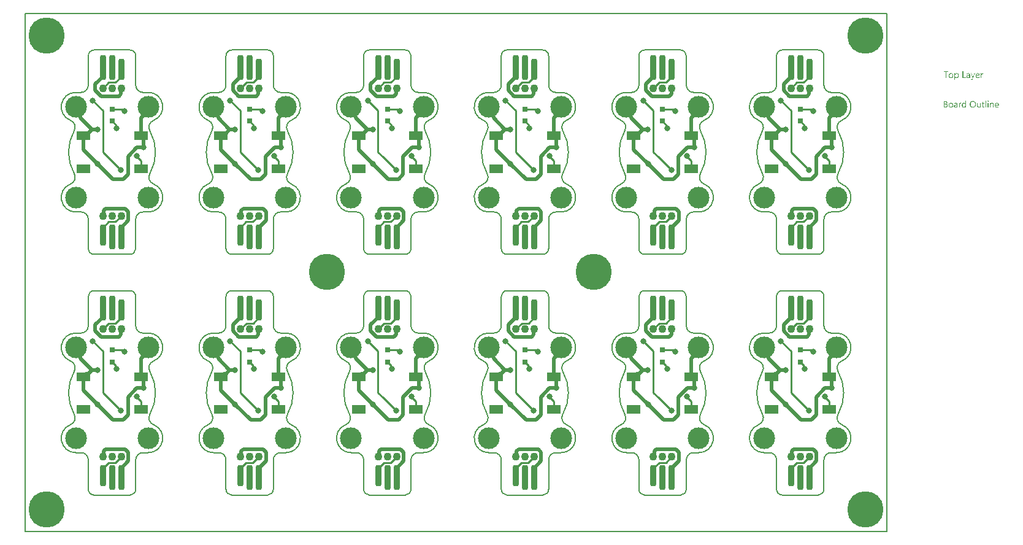
<source format=gtl>
G04*
G04 #@! TF.GenerationSoftware,Altium Limited,Altium Designer,21.8.1 (53)*
G04*
G04 Layer_Physical_Order=1*
G04 Layer_Color=255*
%FSAX25Y25*%
%MOIN*%
G70*
G04*
G04 #@! TF.SameCoordinates,042179B3-2A9A-4FBA-AD92-32AF6F9D014F*
G04*
G04*
G04 #@! TF.FilePolarity,Positive*
G04*
G01*
G75*
G04:AMPARAMS|DCode=10|XSize=35.43mil|YSize=135.83mil|CornerRadius=13.82mil|HoleSize=0mil|Usage=FLASHONLY|Rotation=0.000|XOffset=0mil|YOffset=0mil|HoleType=Round|Shape=RoundedRectangle|*
%AMROUNDEDRECTD10*
21,1,0.03543,0.10819,0,0,0.0*
21,1,0.00780,0.13583,0,0,0.0*
1,1,0.02764,0.00390,-0.05409*
1,1,0.02764,-0.00390,-0.05409*
1,1,0.02764,-0.00390,0.05409*
1,1,0.02764,0.00390,0.05409*
%
%ADD10ROUNDEDRECTD10*%
G04:AMPARAMS|DCode=11|XSize=35.43mil|YSize=116.14mil|CornerRadius=13.82mil|HoleSize=0mil|Usage=FLASHONLY|Rotation=0.000|XOffset=0mil|YOffset=0mil|HoleType=Round|Shape=RoundedRectangle|*
%AMROUNDEDRECTD11*
21,1,0.03543,0.08850,0,0,0.0*
21,1,0.00780,0.11614,0,0,0.0*
1,1,0.02764,0.00390,-0.04425*
1,1,0.02764,-0.00390,-0.04425*
1,1,0.02764,-0.00390,0.04425*
1,1,0.02764,0.00390,0.04425*
%
%ADD11ROUNDEDRECTD11*%
%ADD12R,0.03150X0.03150*%
%ADD13R,0.07480X0.05118*%
%ADD14C,0.01968*%
%ADD15C,0.00984*%
%ADD16C,0.00787*%
%ADD17C,0.19685*%
%ADD18C,0.04331*%
%ADD19C,0.11811*%
%ADD20C,0.03150*%
%ADD21C,0.02362*%
G36*
X0486770Y0229139D02*
X0486813Y0229133D01*
X0486857Y0229126D01*
X0486968Y0229101D01*
X0487092Y0229064D01*
X0487216Y0229002D01*
X0487277Y0228965D01*
X0487339Y0228916D01*
X0487395Y0228866D01*
X0487451Y0228804D01*
X0487457Y0228798D01*
X0487463Y0228792D01*
X0487475Y0228767D01*
X0487494Y0228743D01*
X0487513Y0228712D01*
X0487537Y0228668D01*
X0487562Y0228619D01*
X0487587Y0228569D01*
X0487612Y0228507D01*
X0487637Y0228439D01*
X0487661Y0228365D01*
X0487680Y0228284D01*
X0487711Y0228105D01*
X0487723Y0228006D01*
Y0227901D01*
Y0227894D01*
Y0227876D01*
Y0227839D01*
X0487717Y0227795D01*
Y0227746D01*
X0487705Y0227684D01*
X0487698Y0227616D01*
X0487686Y0227542D01*
X0487649Y0227381D01*
X0487593Y0227214D01*
X0487556Y0227133D01*
X0487519Y0227053D01*
X0487469Y0226972D01*
X0487414Y0226898D01*
X0487407Y0226892D01*
X0487401Y0226879D01*
X0487383Y0226861D01*
X0487358Y0226842D01*
X0487327Y0226811D01*
X0487290Y0226780D01*
X0487247Y0226743D01*
X0487197Y0226712D01*
X0487141Y0226675D01*
X0487079Y0226638D01*
X0486931Y0226582D01*
X0486850Y0226557D01*
X0486770Y0226539D01*
X0486677Y0226526D01*
X0486578Y0226520D01*
X0486528D01*
X0486497Y0226526D01*
X0486454Y0226533D01*
X0486411Y0226545D01*
X0486299Y0226570D01*
X0486182Y0226619D01*
X0486114Y0226657D01*
X0486052Y0226694D01*
X0485990Y0226743D01*
X0485934Y0226799D01*
X0485872Y0226861D01*
X0485823Y0226935D01*
X0485810D01*
Y0225425D01*
X0485408D01*
Y0229089D01*
X0485810D01*
Y0228643D01*
X0485823D01*
X0485829Y0228650D01*
X0485835Y0228668D01*
X0485854Y0228693D01*
X0485879Y0228724D01*
X0485910Y0228761D01*
X0485947Y0228804D01*
X0485990Y0228848D01*
X0486046Y0228897D01*
X0486101Y0228941D01*
X0486163Y0228984D01*
X0486237Y0229027D01*
X0486312Y0229064D01*
X0486399Y0229101D01*
X0486491Y0229126D01*
X0486584Y0229139D01*
X0486689Y0229145D01*
X0486739D01*
X0486770Y0229139D01*
D02*
G37*
G36*
X0500883Y0229126D02*
X0500957Y0229120D01*
X0501001Y0229108D01*
X0501032Y0229095D01*
Y0228681D01*
X0501025Y0228687D01*
X0501013Y0228693D01*
X0500988Y0228705D01*
X0500957Y0228724D01*
X0500914Y0228736D01*
X0500858Y0228749D01*
X0500796Y0228755D01*
X0500728Y0228761D01*
X0500716D01*
X0500685Y0228755D01*
X0500635Y0228749D01*
X0500580Y0228730D01*
X0500505Y0228699D01*
X0500437Y0228656D01*
X0500363Y0228594D01*
X0500295Y0228514D01*
X0500289Y0228501D01*
X0500270Y0228470D01*
X0500239Y0228414D01*
X0500208Y0228340D01*
X0500177Y0228247D01*
X0500146Y0228130D01*
X0500128Y0228000D01*
X0500122Y0227851D01*
Y0226576D01*
X0499719D01*
Y0229089D01*
X0500122D01*
Y0228569D01*
X0500134D01*
Y0228575D01*
X0500140Y0228582D01*
X0500153Y0228612D01*
X0500171Y0228662D01*
X0500202Y0228724D01*
X0500233Y0228786D01*
X0500283Y0228854D01*
X0500332Y0228922D01*
X0500394Y0228984D01*
X0500400Y0228990D01*
X0500425Y0229009D01*
X0500462Y0229033D01*
X0500512Y0229058D01*
X0500567Y0229083D01*
X0500635Y0229108D01*
X0500710Y0229126D01*
X0500790Y0229133D01*
X0500846D01*
X0500883Y0229126D01*
D02*
G37*
G36*
X0495504Y0226174D02*
X0495498Y0226167D01*
X0495492Y0226143D01*
X0495473Y0226099D01*
X0495448Y0226050D01*
X0495417Y0225994D01*
X0495374Y0225926D01*
X0495331Y0225858D01*
X0495281Y0225784D01*
X0495219Y0225709D01*
X0495157Y0225641D01*
X0495083Y0225573D01*
X0495003Y0225518D01*
X0494922Y0225468D01*
X0494829Y0225425D01*
X0494736Y0225400D01*
X0494631Y0225394D01*
X0494576D01*
X0494538Y0225400D01*
X0494458Y0225412D01*
X0494371Y0225431D01*
Y0225790D01*
X0494377D01*
X0494396Y0225784D01*
X0494421Y0225778D01*
X0494452Y0225771D01*
X0494526Y0225753D01*
X0494606Y0225746D01*
X0494619D01*
X0494656Y0225753D01*
X0494712Y0225765D01*
X0494780Y0225790D01*
X0494854Y0225833D01*
X0494891Y0225864D01*
X0494928Y0225901D01*
X0494965Y0225938D01*
X0495003Y0225988D01*
X0495034Y0226044D01*
X0495064Y0226106D01*
X0495269Y0226576D01*
X0494284Y0229089D01*
X0494730D01*
X0495411Y0227152D01*
Y0227146D01*
X0495417Y0227133D01*
X0495424Y0227115D01*
X0495430Y0227090D01*
X0495436Y0227053D01*
X0495448Y0227015D01*
X0495461Y0226960D01*
X0495479D01*
Y0226972D01*
X0495492Y0227009D01*
X0495504Y0227065D01*
X0495529Y0227146D01*
X0496241Y0229089D01*
X0496655D01*
X0495504Y0226174D01*
D02*
G37*
G36*
X0493096Y0229139D02*
X0493152Y0229133D01*
X0493220Y0229114D01*
X0493294Y0229095D01*
X0493375Y0229064D01*
X0493461Y0229027D01*
X0493542Y0228978D01*
X0493622Y0228916D01*
X0493696Y0228841D01*
X0493765Y0228749D01*
X0493820Y0228643D01*
X0493864Y0228520D01*
X0493888Y0228377D01*
X0493901Y0228210D01*
Y0226576D01*
X0493498D01*
Y0226966D01*
X0493486D01*
Y0226960D01*
X0493474Y0226947D01*
X0493461Y0226923D01*
X0493436Y0226898D01*
X0493375Y0226824D01*
X0493294Y0226743D01*
X0493183Y0226663D01*
X0493053Y0226588D01*
X0492972Y0226564D01*
X0492892Y0226539D01*
X0492805Y0226526D01*
X0492712Y0226520D01*
X0492675D01*
X0492650Y0226526D01*
X0492582Y0226533D01*
X0492502Y0226545D01*
X0492403Y0226570D01*
X0492310Y0226601D01*
X0492211Y0226650D01*
X0492124Y0226712D01*
X0492118Y0226725D01*
X0492093Y0226749D01*
X0492056Y0226793D01*
X0492019Y0226855D01*
X0491982Y0226929D01*
X0491945Y0227015D01*
X0491920Y0227121D01*
X0491914Y0227238D01*
Y0227244D01*
Y0227269D01*
X0491920Y0227306D01*
X0491926Y0227350D01*
X0491938Y0227406D01*
X0491957Y0227467D01*
X0491982Y0227535D01*
X0492019Y0227604D01*
X0492062Y0227678D01*
X0492118Y0227752D01*
X0492186Y0227820D01*
X0492267Y0227882D01*
X0492359Y0227944D01*
X0492471Y0227993D01*
X0492595Y0228031D01*
X0492743Y0228062D01*
X0493498Y0228167D01*
Y0228173D01*
Y0228192D01*
X0493492Y0228229D01*
Y0228266D01*
X0493480Y0228315D01*
X0493474Y0228371D01*
X0493436Y0228489D01*
X0493405Y0228544D01*
X0493375Y0228600D01*
X0493331Y0228656D01*
X0493282Y0228705D01*
X0493220Y0228749D01*
X0493152Y0228780D01*
X0493071Y0228798D01*
X0492978Y0228804D01*
X0492935D01*
X0492904Y0228798D01*
X0492861D01*
X0492817Y0228786D01*
X0492706Y0228767D01*
X0492582Y0228730D01*
X0492446Y0228674D01*
X0492372Y0228637D01*
X0492304Y0228600D01*
X0492229Y0228551D01*
X0492161Y0228495D01*
Y0228910D01*
X0492168D01*
X0492180Y0228922D01*
X0492199Y0228934D01*
X0492229Y0228947D01*
X0492260Y0228965D01*
X0492304Y0228984D01*
X0492353Y0229002D01*
X0492409Y0229027D01*
X0492533Y0229071D01*
X0492681Y0229108D01*
X0492842Y0229133D01*
X0493016Y0229145D01*
X0493053D01*
X0493096Y0229139D01*
D02*
G37*
G36*
X0490205Y0226947D02*
X0491617D01*
Y0226576D01*
X0489791D01*
Y0230092D01*
X0490205D01*
Y0226947D01*
D02*
G37*
G36*
X0481966Y0229720D02*
X0480951D01*
Y0226576D01*
X0480543D01*
Y0229720D01*
X0479528D01*
Y0230092D01*
X0481966D01*
Y0229720D01*
D02*
G37*
G36*
X0498160Y0229139D02*
X0498203Y0229133D01*
X0498246Y0229126D01*
X0498357Y0229108D01*
X0498481Y0229064D01*
X0498605Y0229009D01*
X0498667Y0228972D01*
X0498729Y0228928D01*
X0498785Y0228879D01*
X0498840Y0228823D01*
X0498847Y0228817D01*
X0498853Y0228811D01*
X0498865Y0228792D01*
X0498884Y0228767D01*
X0498902Y0228730D01*
X0498927Y0228693D01*
X0498952Y0228650D01*
X0498977Y0228594D01*
X0499001Y0228532D01*
X0499026Y0228470D01*
X0499051Y0228396D01*
X0499069Y0228315D01*
X0499088Y0228229D01*
X0499100Y0228142D01*
X0499113Y0228043D01*
Y0227938D01*
Y0227727D01*
X0497336D01*
Y0227721D01*
Y0227709D01*
Y0227690D01*
X0497342Y0227659D01*
X0497349Y0227622D01*
Y0227585D01*
X0497367Y0227486D01*
X0497398Y0227387D01*
X0497435Y0227275D01*
X0497491Y0227170D01*
X0497559Y0227077D01*
X0497571Y0227065D01*
X0497596Y0227040D01*
X0497646Y0227009D01*
X0497714Y0226966D01*
X0497800Y0226923D01*
X0497899Y0226892D01*
X0498017Y0226867D01*
X0498153Y0226855D01*
X0498197D01*
X0498228Y0226861D01*
X0498265D01*
X0498308Y0226867D01*
X0498413Y0226892D01*
X0498531Y0226923D01*
X0498661Y0226972D01*
X0498797Y0227040D01*
X0498865Y0227084D01*
X0498933Y0227133D01*
Y0226755D01*
X0498927D01*
X0498921Y0226743D01*
X0498902Y0226737D01*
X0498871Y0226718D01*
X0498840Y0226700D01*
X0498803Y0226681D01*
X0498754Y0226663D01*
X0498704Y0226638D01*
X0498642Y0226613D01*
X0498574Y0226595D01*
X0498426Y0226557D01*
X0498252Y0226533D01*
X0498060Y0226520D01*
X0498011D01*
X0497974Y0226526D01*
X0497930Y0226533D01*
X0497875Y0226539D01*
X0497757Y0226564D01*
X0497621Y0226601D01*
X0497485Y0226663D01*
X0497417Y0226706D01*
X0497349Y0226749D01*
X0497287Y0226799D01*
X0497225Y0226861D01*
X0497219Y0226867D01*
X0497212Y0226879D01*
X0497200Y0226898D01*
X0497175Y0226923D01*
X0497157Y0226960D01*
X0497132Y0227003D01*
X0497101Y0227053D01*
X0497076Y0227108D01*
X0497045Y0227170D01*
X0497020Y0227244D01*
X0496989Y0227325D01*
X0496971Y0227412D01*
X0496952Y0227504D01*
X0496934Y0227604D01*
X0496928Y0227709D01*
X0496921Y0227820D01*
Y0227826D01*
Y0227845D01*
Y0227876D01*
X0496928Y0227919D01*
X0496934Y0227969D01*
X0496940Y0228025D01*
X0496946Y0228093D01*
X0496965Y0228161D01*
X0497002Y0228309D01*
X0497058Y0228470D01*
X0497095Y0228551D01*
X0497144Y0228625D01*
X0497194Y0228705D01*
X0497250Y0228773D01*
X0497256Y0228780D01*
X0497268Y0228792D01*
X0497287Y0228811D01*
X0497311Y0228829D01*
X0497342Y0228860D01*
X0497379Y0228891D01*
X0497429Y0228922D01*
X0497479Y0228959D01*
X0497596Y0229027D01*
X0497739Y0229089D01*
X0497819Y0229108D01*
X0497899Y0229126D01*
X0497986Y0229139D01*
X0498079Y0229145D01*
X0498129D01*
X0498160Y0229139D01*
D02*
G37*
G36*
X0483669D02*
X0483712Y0229133D01*
X0483768Y0229126D01*
X0483891Y0229101D01*
X0484034Y0229058D01*
X0484176Y0228996D01*
X0484250Y0228959D01*
X0484319Y0228916D01*
X0484387Y0228860D01*
X0484449Y0228798D01*
X0484455Y0228792D01*
X0484461Y0228780D01*
X0484480Y0228761D01*
X0484498Y0228736D01*
X0484523Y0228699D01*
X0484548Y0228656D01*
X0484579Y0228606D01*
X0484610Y0228551D01*
X0484634Y0228483D01*
X0484665Y0228414D01*
X0484690Y0228334D01*
X0484715Y0228247D01*
X0484733Y0228154D01*
X0484752Y0228055D01*
X0484758Y0227950D01*
X0484764Y0227839D01*
Y0227833D01*
Y0227814D01*
Y0227783D01*
X0484758Y0227740D01*
X0484752Y0227690D01*
X0484746Y0227628D01*
X0484733Y0227566D01*
X0484721Y0227492D01*
X0484684Y0227344D01*
X0484622Y0227183D01*
X0484585Y0227102D01*
X0484535Y0227022D01*
X0484486Y0226947D01*
X0484424Y0226879D01*
X0484418Y0226873D01*
X0484405Y0226867D01*
X0484387Y0226848D01*
X0484362Y0226824D01*
X0484325Y0226799D01*
X0484288Y0226768D01*
X0484238Y0226731D01*
X0484182Y0226700D01*
X0484121Y0226669D01*
X0484053Y0226632D01*
X0483978Y0226601D01*
X0483898Y0226576D01*
X0483811Y0226551D01*
X0483718Y0226539D01*
X0483619Y0226526D01*
X0483514Y0226520D01*
X0483458D01*
X0483421Y0226526D01*
X0483378Y0226533D01*
X0483322Y0226539D01*
X0483260Y0226551D01*
X0483192Y0226564D01*
X0483050Y0226607D01*
X0482901Y0226669D01*
X0482827Y0226706D01*
X0482759Y0226755D01*
X0482691Y0226805D01*
X0482623Y0226867D01*
X0482616Y0226873D01*
X0482610Y0226886D01*
X0482592Y0226904D01*
X0482573Y0226929D01*
X0482548Y0226966D01*
X0482517Y0227009D01*
X0482486Y0227059D01*
X0482462Y0227115D01*
X0482431Y0227183D01*
X0482400Y0227251D01*
X0482369Y0227325D01*
X0482344Y0227412D01*
X0482307Y0227597D01*
X0482301Y0227696D01*
X0482295Y0227802D01*
Y0227808D01*
Y0227833D01*
Y0227864D01*
X0482301Y0227907D01*
X0482307Y0227956D01*
X0482313Y0228018D01*
X0482325Y0228086D01*
X0482338Y0228161D01*
X0482375Y0228322D01*
X0482437Y0228483D01*
X0482480Y0228563D01*
X0482523Y0228643D01*
X0482573Y0228718D01*
X0482635Y0228786D01*
X0482641Y0228792D01*
X0482654Y0228804D01*
X0482672Y0228817D01*
X0482697Y0228841D01*
X0482734Y0228866D01*
X0482777Y0228897D01*
X0482827Y0228934D01*
X0482882Y0228965D01*
X0482944Y0228996D01*
X0483019Y0229033D01*
X0483093Y0229064D01*
X0483180Y0229089D01*
X0483266Y0229114D01*
X0483365Y0229133D01*
X0483471Y0229139D01*
X0483576Y0229145D01*
X0483632D01*
X0483669Y0229139D01*
D02*
G37*
G36*
X0503737Y0214153D02*
X0503761D01*
X0503817Y0214128D01*
X0503848Y0214110D01*
X0503879Y0214085D01*
X0503885Y0214079D01*
X0503891Y0214073D01*
X0503922Y0214036D01*
X0503947Y0213974D01*
X0503953Y0213937D01*
X0503960Y0213899D01*
Y0213893D01*
Y0213881D01*
X0503953Y0213862D01*
X0503947Y0213838D01*
X0503929Y0213776D01*
X0503904Y0213745D01*
X0503879Y0213714D01*
X0503873D01*
X0503867Y0213701D01*
X0503829Y0213677D01*
X0503774Y0213652D01*
X0503737Y0213646D01*
X0503699Y0213639D01*
X0503681D01*
X0503662Y0213646D01*
X0503638D01*
X0503576Y0213670D01*
X0503545Y0213683D01*
X0503514Y0213708D01*
Y0213714D01*
X0503501Y0213720D01*
X0503489Y0213738D01*
X0503477Y0213757D01*
X0503452Y0213819D01*
X0503446Y0213856D01*
X0503440Y0213899D01*
Y0213906D01*
Y0213918D01*
X0503446Y0213937D01*
X0503452Y0213968D01*
X0503471Y0214023D01*
X0503489Y0214054D01*
X0503514Y0214085D01*
X0503520Y0214091D01*
X0503526Y0214098D01*
X0503563Y0214122D01*
X0503625Y0214147D01*
X0503662Y0214159D01*
X0503718D01*
X0503737Y0214153D01*
D02*
G37*
G36*
X0491747Y0210489D02*
X0491344D01*
Y0210910D01*
X0491332D01*
Y0210904D01*
X0491320Y0210891D01*
X0491301Y0210866D01*
X0491282Y0210835D01*
X0491251Y0210798D01*
X0491214Y0210761D01*
X0491171Y0210718D01*
X0491121Y0210675D01*
X0491066Y0210625D01*
X0490998Y0210582D01*
X0490930Y0210544D01*
X0490849Y0210507D01*
X0490769Y0210476D01*
X0490676Y0210452D01*
X0490577Y0210439D01*
X0490472Y0210433D01*
X0490428D01*
X0490391Y0210439D01*
X0490354Y0210445D01*
X0490304Y0210452D01*
X0490199Y0210476D01*
X0490075Y0210513D01*
X0489952Y0210576D01*
X0489883Y0210613D01*
X0489828Y0210656D01*
X0489766Y0210712D01*
X0489710Y0210767D01*
Y0210773D01*
X0489698Y0210786D01*
X0489685Y0210805D01*
X0489667Y0210829D01*
X0489648Y0210860D01*
X0489623Y0210904D01*
X0489599Y0210953D01*
X0489574Y0211009D01*
X0489543Y0211071D01*
X0489518Y0211139D01*
X0489494Y0211213D01*
X0489475Y0211294D01*
X0489456Y0211380D01*
X0489444Y0211479D01*
X0489438Y0211578D01*
X0489432Y0211684D01*
Y0211690D01*
Y0211708D01*
Y0211745D01*
X0489438Y0211789D01*
X0489444Y0211838D01*
X0489450Y0211900D01*
X0489456Y0211968D01*
X0489469Y0212042D01*
X0489506Y0212203D01*
X0489562Y0212371D01*
X0489599Y0212451D01*
X0489642Y0212531D01*
X0489685Y0212606D01*
X0489741Y0212680D01*
X0489747Y0212686D01*
X0489753Y0212699D01*
X0489772Y0212717D01*
X0489797Y0212742D01*
X0489828Y0212767D01*
X0489871Y0212798D01*
X0489914Y0212835D01*
X0489964Y0212872D01*
X0490088Y0212940D01*
X0490230Y0213002D01*
X0490310Y0213020D01*
X0490397Y0213039D01*
X0490484Y0213052D01*
X0490583Y0213058D01*
X0490632D01*
X0490670Y0213052D01*
X0490707Y0213045D01*
X0490756Y0213039D01*
X0490868Y0213008D01*
X0490991Y0212959D01*
X0491053Y0212928D01*
X0491115Y0212884D01*
X0491177Y0212841D01*
X0491233Y0212785D01*
X0491282Y0212723D01*
X0491332Y0212649D01*
X0491344D01*
Y0214209D01*
X0491747D01*
Y0210489D01*
D02*
G37*
G36*
X0506015Y0213052D02*
X0506089Y0213045D01*
X0506182Y0213027D01*
X0506281Y0212996D01*
X0506386Y0212946D01*
X0506491Y0212878D01*
X0506534Y0212841D01*
X0506578Y0212791D01*
X0506590Y0212779D01*
X0506615Y0212742D01*
X0506646Y0212680D01*
X0506689Y0212593D01*
X0506726Y0212488D01*
X0506764Y0212358D01*
X0506788Y0212203D01*
X0506795Y0212024D01*
Y0210489D01*
X0506392D01*
Y0211919D01*
Y0211925D01*
Y0211956D01*
X0506386Y0211993D01*
Y0212042D01*
X0506374Y0212104D01*
X0506361Y0212173D01*
X0506343Y0212247D01*
X0506318Y0212321D01*
X0506287Y0212395D01*
X0506250Y0212463D01*
X0506200Y0212531D01*
X0506145Y0212593D01*
X0506083Y0212643D01*
X0506002Y0212680D01*
X0505915Y0212711D01*
X0505810Y0212717D01*
X0505798D01*
X0505761Y0212711D01*
X0505705Y0212705D01*
X0505637Y0212686D01*
X0505556Y0212662D01*
X0505470Y0212618D01*
X0505389Y0212562D01*
X0505309Y0212488D01*
X0505303Y0212476D01*
X0505278Y0212451D01*
X0505247Y0212402D01*
X0505210Y0212333D01*
X0505173Y0212253D01*
X0505142Y0212154D01*
X0505117Y0212042D01*
X0505111Y0211919D01*
Y0210489D01*
X0504708D01*
Y0213002D01*
X0505111D01*
Y0212581D01*
X0505123D01*
X0505129Y0212587D01*
X0505136Y0212600D01*
X0505154Y0212624D01*
X0505179Y0212655D01*
X0505204Y0212692D01*
X0505241Y0212730D01*
X0505284Y0212773D01*
X0505334Y0212822D01*
X0505389Y0212866D01*
X0505451Y0212909D01*
X0505519Y0212946D01*
X0505594Y0212983D01*
X0505668Y0213014D01*
X0505755Y0213039D01*
X0505847Y0213052D01*
X0505946Y0213058D01*
X0505984D01*
X0506015Y0213052D01*
D02*
G37*
G36*
X0489017Y0213039D02*
X0489091Y0213033D01*
X0489134Y0213020D01*
X0489165Y0213008D01*
Y0212593D01*
X0489159Y0212600D01*
X0489147Y0212606D01*
X0489122Y0212618D01*
X0489091Y0212637D01*
X0489048Y0212649D01*
X0488992Y0212662D01*
X0488930Y0212668D01*
X0488862Y0212674D01*
X0488850D01*
X0488819Y0212668D01*
X0488769Y0212662D01*
X0488714Y0212643D01*
X0488639Y0212612D01*
X0488571Y0212569D01*
X0488497Y0212507D01*
X0488429Y0212426D01*
X0488423Y0212414D01*
X0488404Y0212383D01*
X0488373Y0212327D01*
X0488342Y0212253D01*
X0488311Y0212160D01*
X0488280Y0212042D01*
X0488262Y0211912D01*
X0488256Y0211764D01*
Y0210489D01*
X0487853D01*
Y0213002D01*
X0488256D01*
Y0212482D01*
X0488268D01*
Y0212488D01*
X0488274Y0212494D01*
X0488286Y0212525D01*
X0488305Y0212575D01*
X0488336Y0212637D01*
X0488367Y0212699D01*
X0488416Y0212767D01*
X0488466Y0212835D01*
X0488528Y0212897D01*
X0488534Y0212903D01*
X0488559Y0212922D01*
X0488596Y0212946D01*
X0488645Y0212971D01*
X0488701Y0212996D01*
X0488769Y0213020D01*
X0488843Y0213039D01*
X0488924Y0213045D01*
X0488980D01*
X0489017Y0213039D01*
D02*
G37*
G36*
X0499756Y0210489D02*
X0499354D01*
Y0210885D01*
X0499342D01*
Y0210879D01*
X0499329Y0210866D01*
X0499317Y0210842D01*
X0499292Y0210817D01*
X0499236Y0210743D01*
X0499150Y0210662D01*
X0499100Y0210619D01*
X0499045Y0210576D01*
X0498983Y0210538D01*
X0498908Y0210501D01*
X0498834Y0210476D01*
X0498754Y0210452D01*
X0498661Y0210439D01*
X0498568Y0210433D01*
X0498531D01*
X0498488Y0210439D01*
X0498426Y0210452D01*
X0498357Y0210464D01*
X0498283Y0210489D01*
X0498203Y0210520D01*
X0498122Y0210569D01*
X0498036Y0210625D01*
X0497955Y0210693D01*
X0497881Y0210780D01*
X0497813Y0210885D01*
X0497751Y0211003D01*
X0497708Y0211145D01*
X0497683Y0211312D01*
X0497670Y0211399D01*
Y0211498D01*
Y0213002D01*
X0498067D01*
Y0211560D01*
Y0211554D01*
Y0211529D01*
X0498073Y0211485D01*
X0498079Y0211436D01*
X0498085Y0211374D01*
X0498098Y0211312D01*
X0498116Y0211238D01*
X0498141Y0211163D01*
X0498178Y0211089D01*
X0498215Y0211021D01*
X0498265Y0210953D01*
X0498327Y0210891D01*
X0498395Y0210842D01*
X0498475Y0210805D01*
X0498574Y0210773D01*
X0498679Y0210767D01*
X0498692D01*
X0498729Y0210773D01*
X0498785Y0210780D01*
X0498847Y0210792D01*
X0498927Y0210823D01*
X0499008Y0210860D01*
X0499088Y0210910D01*
X0499162Y0210984D01*
X0499168Y0210996D01*
X0499193Y0211021D01*
X0499224Y0211071D01*
X0499261Y0211139D01*
X0499292Y0211219D01*
X0499323Y0211318D01*
X0499348Y0211430D01*
X0499354Y0211554D01*
Y0213002D01*
X0499756D01*
Y0210489D01*
D02*
G37*
G36*
X0503891D02*
X0503489D01*
Y0213002D01*
X0503891D01*
Y0210489D01*
D02*
G37*
G36*
X0502672D02*
X0502270D01*
Y0214209D01*
X0502672D01*
Y0210489D01*
D02*
G37*
G36*
X0486293Y0213052D02*
X0486349Y0213045D01*
X0486417Y0213027D01*
X0486491Y0213008D01*
X0486572Y0212977D01*
X0486658Y0212940D01*
X0486739Y0212891D01*
X0486819Y0212829D01*
X0486894Y0212754D01*
X0486962Y0212662D01*
X0487017Y0212556D01*
X0487061Y0212433D01*
X0487085Y0212290D01*
X0487098Y0212123D01*
Y0210489D01*
X0486696D01*
Y0210879D01*
X0486683D01*
Y0210873D01*
X0486671Y0210860D01*
X0486658Y0210835D01*
X0486634Y0210811D01*
X0486572Y0210736D01*
X0486491Y0210656D01*
X0486380Y0210576D01*
X0486250Y0210501D01*
X0486169Y0210476D01*
X0486089Y0210452D01*
X0486002Y0210439D01*
X0485910Y0210433D01*
X0485872D01*
X0485848Y0210439D01*
X0485779Y0210445D01*
X0485699Y0210458D01*
X0485600Y0210483D01*
X0485507Y0210513D01*
X0485408Y0210563D01*
X0485321Y0210625D01*
X0485315Y0210637D01*
X0485290Y0210662D01*
X0485253Y0210705D01*
X0485216Y0210767D01*
X0485179Y0210842D01*
X0485142Y0210928D01*
X0485117Y0211034D01*
X0485111Y0211151D01*
Y0211157D01*
Y0211182D01*
X0485117Y0211219D01*
X0485123Y0211262D01*
X0485136Y0211318D01*
X0485154Y0211380D01*
X0485179Y0211448D01*
X0485216Y0211516D01*
X0485259Y0211591D01*
X0485315Y0211665D01*
X0485383Y0211733D01*
X0485464Y0211795D01*
X0485557Y0211857D01*
X0485668Y0211906D01*
X0485792Y0211943D01*
X0485940Y0211974D01*
X0486696Y0212080D01*
Y0212086D01*
Y0212104D01*
X0486689Y0212141D01*
Y0212179D01*
X0486677Y0212228D01*
X0486671Y0212284D01*
X0486634Y0212402D01*
X0486603Y0212457D01*
X0486572Y0212513D01*
X0486528Y0212569D01*
X0486479Y0212618D01*
X0486417Y0212662D01*
X0486349Y0212692D01*
X0486269Y0212711D01*
X0486176Y0212717D01*
X0486132D01*
X0486101Y0212711D01*
X0486058D01*
X0486015Y0212699D01*
X0485903Y0212680D01*
X0485779Y0212643D01*
X0485643Y0212587D01*
X0485569Y0212550D01*
X0485501Y0212513D01*
X0485427Y0212463D01*
X0485358Y0212408D01*
Y0212822D01*
X0485365D01*
X0485377Y0212835D01*
X0485396Y0212847D01*
X0485427Y0212860D01*
X0485458Y0212878D01*
X0485501Y0212897D01*
X0485550Y0212915D01*
X0485606Y0212940D01*
X0485730Y0212983D01*
X0485879Y0213020D01*
X0486039Y0213045D01*
X0486213Y0213058D01*
X0486250D01*
X0486293Y0213052D01*
D02*
G37*
G36*
X0480605Y0213999D02*
X0480648D01*
X0480691Y0213992D01*
X0480790Y0213980D01*
X0480908Y0213949D01*
X0481032Y0213912D01*
X0481149Y0213856D01*
X0481255Y0213782D01*
X0481261D01*
X0481267Y0213770D01*
X0481298Y0213745D01*
X0481341Y0213695D01*
X0481391Y0213627D01*
X0481434Y0213541D01*
X0481477Y0213441D01*
X0481508Y0213330D01*
X0481521Y0213268D01*
Y0213200D01*
Y0213194D01*
Y0213188D01*
Y0213151D01*
X0481515Y0213095D01*
X0481502Y0213027D01*
X0481484Y0212940D01*
X0481453Y0212853D01*
X0481416Y0212767D01*
X0481360Y0212680D01*
X0481354Y0212668D01*
X0481329Y0212643D01*
X0481292Y0212606D01*
X0481242Y0212556D01*
X0481180Y0212507D01*
X0481106Y0212451D01*
X0481013Y0212408D01*
X0480914Y0212364D01*
Y0212358D01*
X0480933D01*
X0480951Y0212352D01*
X0480970Y0212346D01*
X0481038Y0212333D01*
X0481118Y0212309D01*
X0481205Y0212271D01*
X0481298Y0212228D01*
X0481391Y0212166D01*
X0481477Y0212086D01*
X0481490Y0212073D01*
X0481515Y0212042D01*
X0481545Y0211999D01*
X0481589Y0211931D01*
X0481626Y0211844D01*
X0481663Y0211745D01*
X0481688Y0211628D01*
X0481694Y0211498D01*
Y0211492D01*
Y0211479D01*
Y0211454D01*
X0481688Y0211423D01*
X0481682Y0211386D01*
X0481675Y0211343D01*
X0481651Y0211238D01*
X0481614Y0211120D01*
X0481558Y0210996D01*
X0481521Y0210941D01*
X0481477Y0210879D01*
X0481422Y0210823D01*
X0481366Y0210767D01*
X0481360D01*
X0481354Y0210755D01*
X0481335Y0210743D01*
X0481310Y0210724D01*
X0481279Y0210705D01*
X0481236Y0210681D01*
X0481143Y0210631D01*
X0481026Y0210576D01*
X0480889Y0210532D01*
X0480728Y0210501D01*
X0480648Y0210495D01*
X0480555Y0210489D01*
X0479528D01*
Y0214005D01*
X0480574D01*
X0480605Y0213999D01*
D02*
G37*
G36*
X0501100Y0213002D02*
X0501737D01*
Y0212655D01*
X0501100D01*
Y0211238D01*
Y0211225D01*
Y0211194D01*
X0501106Y0211151D01*
X0501112Y0211095D01*
X0501137Y0210978D01*
X0501155Y0210922D01*
X0501186Y0210879D01*
X0501193Y0210873D01*
X0501205Y0210860D01*
X0501224Y0210848D01*
X0501255Y0210829D01*
X0501292Y0210805D01*
X0501341Y0210792D01*
X0501403Y0210780D01*
X0501471Y0210773D01*
X0501496D01*
X0501527Y0210780D01*
X0501564Y0210786D01*
X0501651Y0210811D01*
X0501694Y0210829D01*
X0501737Y0210854D01*
Y0210507D01*
X0501731D01*
X0501713Y0210495D01*
X0501682Y0210489D01*
X0501638Y0210476D01*
X0501582Y0210464D01*
X0501521Y0210452D01*
X0501446Y0210445D01*
X0501360Y0210439D01*
X0501329D01*
X0501298Y0210445D01*
X0501255Y0210452D01*
X0501205Y0210464D01*
X0501149Y0210476D01*
X0501093Y0210501D01*
X0501032Y0210532D01*
X0500970Y0210569D01*
X0500908Y0210619D01*
X0500852Y0210675D01*
X0500803Y0210749D01*
X0500759Y0210829D01*
X0500728Y0210928D01*
X0500703Y0211040D01*
X0500697Y0211170D01*
Y0212655D01*
X0500270D01*
Y0213002D01*
X0500697D01*
Y0213615D01*
X0501100Y0213745D01*
Y0213002D01*
D02*
G37*
G36*
X0508627Y0213052D02*
X0508670Y0213045D01*
X0508713Y0213039D01*
X0508825Y0213020D01*
X0508949Y0212977D01*
X0509072Y0212922D01*
X0509134Y0212884D01*
X0509196Y0212841D01*
X0509252Y0212791D01*
X0509308Y0212736D01*
X0509314Y0212730D01*
X0509320Y0212723D01*
X0509332Y0212705D01*
X0509351Y0212680D01*
X0509370Y0212643D01*
X0509394Y0212606D01*
X0509419Y0212562D01*
X0509444Y0212507D01*
X0509469Y0212445D01*
X0509493Y0212383D01*
X0509518Y0212309D01*
X0509537Y0212228D01*
X0509555Y0212141D01*
X0509568Y0212055D01*
X0509580Y0211956D01*
Y0211851D01*
Y0211640D01*
X0507803D01*
Y0211634D01*
Y0211622D01*
Y0211603D01*
X0507810Y0211572D01*
X0507816Y0211535D01*
Y0211498D01*
X0507834Y0211399D01*
X0507865Y0211300D01*
X0507902Y0211188D01*
X0507958Y0211083D01*
X0508026Y0210990D01*
X0508039Y0210978D01*
X0508064Y0210953D01*
X0508113Y0210922D01*
X0508181Y0210879D01*
X0508268Y0210835D01*
X0508367Y0210805D01*
X0508484Y0210780D01*
X0508621Y0210767D01*
X0508664D01*
X0508695Y0210773D01*
X0508732D01*
X0508775Y0210780D01*
X0508881Y0210805D01*
X0508998Y0210835D01*
X0509128Y0210885D01*
X0509264Y0210953D01*
X0509332Y0210996D01*
X0509401Y0211046D01*
Y0210668D01*
X0509394D01*
X0509388Y0210656D01*
X0509370Y0210650D01*
X0509339Y0210631D01*
X0509308Y0210613D01*
X0509270Y0210594D01*
X0509221Y0210576D01*
X0509171Y0210551D01*
X0509110Y0210526D01*
X0509042Y0210507D01*
X0508893Y0210470D01*
X0508720Y0210445D01*
X0508528Y0210433D01*
X0508478D01*
X0508441Y0210439D01*
X0508398Y0210445D01*
X0508342Y0210452D01*
X0508224Y0210476D01*
X0508088Y0210513D01*
X0507952Y0210576D01*
X0507884Y0210619D01*
X0507816Y0210662D01*
X0507754Y0210712D01*
X0507692Y0210773D01*
X0507686Y0210780D01*
X0507680Y0210792D01*
X0507667Y0210811D01*
X0507643Y0210835D01*
X0507624Y0210873D01*
X0507599Y0210916D01*
X0507568Y0210965D01*
X0507544Y0211021D01*
X0507513Y0211083D01*
X0507488Y0211157D01*
X0507457Y0211238D01*
X0507438Y0211324D01*
X0507420Y0211417D01*
X0507401Y0211516D01*
X0507395Y0211622D01*
X0507389Y0211733D01*
Y0211739D01*
Y0211758D01*
Y0211789D01*
X0507395Y0211832D01*
X0507401Y0211881D01*
X0507407Y0211937D01*
X0507413Y0212005D01*
X0507432Y0212073D01*
X0507469Y0212222D01*
X0507525Y0212383D01*
X0507562Y0212463D01*
X0507612Y0212538D01*
X0507661Y0212618D01*
X0507717Y0212686D01*
X0507723Y0212692D01*
X0507735Y0212705D01*
X0507754Y0212723D01*
X0507779Y0212742D01*
X0507810Y0212773D01*
X0507847Y0212804D01*
X0507896Y0212835D01*
X0507946Y0212872D01*
X0508064Y0212940D01*
X0508206Y0213002D01*
X0508286Y0213020D01*
X0508367Y0213039D01*
X0508453Y0213052D01*
X0508546Y0213058D01*
X0508596D01*
X0508627Y0213052D01*
D02*
G37*
G36*
X0495584Y0214060D02*
X0495646Y0214054D01*
X0495721Y0214042D01*
X0495801Y0214023D01*
X0495888Y0214005D01*
X0495974Y0213980D01*
X0496073Y0213949D01*
X0496166Y0213906D01*
X0496265Y0213856D01*
X0496364Y0213800D01*
X0496457Y0213732D01*
X0496550Y0213658D01*
X0496637Y0213571D01*
X0496643Y0213565D01*
X0496655Y0213547D01*
X0496680Y0213522D01*
X0496705Y0213485D01*
X0496742Y0213435D01*
X0496779Y0213373D01*
X0496816Y0213305D01*
X0496860Y0213231D01*
X0496903Y0213138D01*
X0496940Y0213045D01*
X0496977Y0212940D01*
X0497014Y0212822D01*
X0497039Y0212705D01*
X0497064Y0212575D01*
X0497076Y0212433D01*
X0497082Y0212290D01*
Y0212278D01*
Y0212253D01*
Y0212210D01*
X0497076Y0212148D01*
X0497070Y0212073D01*
X0497058Y0211993D01*
X0497045Y0211900D01*
X0497027Y0211795D01*
X0497002Y0211690D01*
X0496971Y0211578D01*
X0496934Y0211467D01*
X0496890Y0211355D01*
X0496835Y0211238D01*
X0496773Y0211133D01*
X0496705Y0211027D01*
X0496624Y0210928D01*
X0496618Y0210922D01*
X0496606Y0210910D01*
X0496575Y0210885D01*
X0496544Y0210854D01*
X0496494Y0210811D01*
X0496439Y0210773D01*
X0496377Y0210724D01*
X0496303Y0210681D01*
X0496222Y0210637D01*
X0496129Y0210588D01*
X0496030Y0210551D01*
X0495919Y0210513D01*
X0495801Y0210476D01*
X0495677Y0210452D01*
X0495547Y0210439D01*
X0495405Y0210433D01*
X0495374D01*
X0495331Y0210439D01*
X0495281D01*
X0495219Y0210445D01*
X0495145Y0210458D01*
X0495064Y0210476D01*
X0494972Y0210495D01*
X0494879Y0210520D01*
X0494780Y0210551D01*
X0494681Y0210594D01*
X0494582Y0210637D01*
X0494483Y0210693D01*
X0494384Y0210761D01*
X0494291Y0210835D01*
X0494204Y0210922D01*
X0494198Y0210928D01*
X0494185Y0210947D01*
X0494161Y0210972D01*
X0494136Y0211009D01*
X0494099Y0211058D01*
X0494062Y0211120D01*
X0494025Y0211188D01*
X0493981Y0211269D01*
X0493938Y0211355D01*
X0493901Y0211448D01*
X0493864Y0211554D01*
X0493826Y0211671D01*
X0493802Y0211789D01*
X0493777Y0211919D01*
X0493765Y0212061D01*
X0493758Y0212203D01*
Y0212216D01*
Y0212241D01*
X0493765Y0212284D01*
Y0212346D01*
X0493771Y0212414D01*
X0493783Y0212501D01*
X0493795Y0212593D01*
X0493814Y0212692D01*
X0493839Y0212798D01*
X0493870Y0212909D01*
X0493907Y0213020D01*
X0493950Y0213132D01*
X0494006Y0213243D01*
X0494068Y0213355D01*
X0494136Y0213460D01*
X0494216Y0213559D01*
X0494223Y0213565D01*
X0494235Y0213584D01*
X0494266Y0213609D01*
X0494303Y0213639D01*
X0494346Y0213677D01*
X0494402Y0213720D01*
X0494470Y0213763D01*
X0494545Y0213813D01*
X0494631Y0213862D01*
X0494724Y0213906D01*
X0494823Y0213949D01*
X0494935Y0213986D01*
X0495058Y0214017D01*
X0495188Y0214048D01*
X0495324Y0214060D01*
X0495467Y0214067D01*
X0495535D01*
X0495584Y0214060D01*
D02*
G37*
G36*
X0483557Y0213052D02*
X0483601Y0213045D01*
X0483656Y0213039D01*
X0483780Y0213014D01*
X0483922Y0212971D01*
X0484065Y0212909D01*
X0484139Y0212872D01*
X0484207Y0212829D01*
X0484275Y0212773D01*
X0484337Y0212711D01*
X0484343Y0212705D01*
X0484350Y0212692D01*
X0484368Y0212674D01*
X0484387Y0212649D01*
X0484411Y0212612D01*
X0484436Y0212569D01*
X0484467Y0212519D01*
X0484498Y0212463D01*
X0484523Y0212395D01*
X0484554Y0212327D01*
X0484579Y0212247D01*
X0484603Y0212160D01*
X0484622Y0212067D01*
X0484641Y0211968D01*
X0484647Y0211863D01*
X0484653Y0211752D01*
Y0211745D01*
Y0211727D01*
Y0211696D01*
X0484647Y0211652D01*
X0484641Y0211603D01*
X0484634Y0211541D01*
X0484622Y0211479D01*
X0484610Y0211405D01*
X0484572Y0211256D01*
X0484511Y0211095D01*
X0484473Y0211015D01*
X0484424Y0210934D01*
X0484374Y0210860D01*
X0484312Y0210792D01*
X0484306Y0210786D01*
X0484294Y0210780D01*
X0484275Y0210761D01*
X0484250Y0210736D01*
X0484213Y0210712D01*
X0484176Y0210681D01*
X0484127Y0210644D01*
X0484071Y0210613D01*
X0484009Y0210582D01*
X0483941Y0210544D01*
X0483867Y0210513D01*
X0483786Y0210489D01*
X0483700Y0210464D01*
X0483607Y0210452D01*
X0483508Y0210439D01*
X0483402Y0210433D01*
X0483347D01*
X0483310Y0210439D01*
X0483266Y0210445D01*
X0483211Y0210452D01*
X0483149Y0210464D01*
X0483081Y0210476D01*
X0482938Y0210520D01*
X0482790Y0210582D01*
X0482715Y0210619D01*
X0482647Y0210668D01*
X0482579Y0210718D01*
X0482511Y0210780D01*
X0482505Y0210786D01*
X0482499Y0210798D01*
X0482480Y0210817D01*
X0482462Y0210842D01*
X0482437Y0210879D01*
X0482406Y0210922D01*
X0482375Y0210972D01*
X0482350Y0211027D01*
X0482319Y0211095D01*
X0482288Y0211163D01*
X0482257Y0211238D01*
X0482233Y0211324D01*
X0482195Y0211510D01*
X0482189Y0211609D01*
X0482183Y0211714D01*
Y0211721D01*
Y0211745D01*
Y0211776D01*
X0482189Y0211820D01*
X0482195Y0211869D01*
X0482202Y0211931D01*
X0482214Y0211999D01*
X0482226Y0212073D01*
X0482264Y0212234D01*
X0482325Y0212395D01*
X0482369Y0212476D01*
X0482412Y0212556D01*
X0482462Y0212631D01*
X0482523Y0212699D01*
X0482530Y0212705D01*
X0482542Y0212717D01*
X0482561Y0212730D01*
X0482585Y0212754D01*
X0482623Y0212779D01*
X0482666Y0212810D01*
X0482715Y0212847D01*
X0482771Y0212878D01*
X0482833Y0212909D01*
X0482907Y0212946D01*
X0482982Y0212977D01*
X0483068Y0213002D01*
X0483155Y0213027D01*
X0483254Y0213045D01*
X0483359Y0213052D01*
X0483464Y0213058D01*
X0483520D01*
X0483557Y0213052D01*
D02*
G37*
%LPC*%
G36*
X0486590Y0228804D02*
X0486559D01*
X0486535Y0228798D01*
X0486467Y0228792D01*
X0486386Y0228773D01*
X0486299Y0228743D01*
X0486200Y0228699D01*
X0486107Y0228637D01*
X0486021Y0228557D01*
X0486015Y0228544D01*
X0485990Y0228514D01*
X0485953Y0228464D01*
X0485916Y0228390D01*
X0485879Y0228303D01*
X0485841Y0228198D01*
X0485817Y0228080D01*
X0485810Y0227950D01*
Y0227597D01*
Y0227591D01*
Y0227585D01*
X0485817Y0227548D01*
X0485823Y0227486D01*
X0485835Y0227418D01*
X0485860Y0227331D01*
X0485897Y0227244D01*
X0485947Y0227158D01*
X0486015Y0227071D01*
X0486027Y0227065D01*
X0486052Y0227040D01*
X0486095Y0227003D01*
X0486157Y0226966D01*
X0486231Y0226923D01*
X0486318Y0226892D01*
X0486417Y0226867D01*
X0486528Y0226855D01*
X0486566D01*
X0486590Y0226861D01*
X0486652Y0226867D01*
X0486739Y0226892D01*
X0486826Y0226923D01*
X0486925Y0226972D01*
X0487017Y0227040D01*
X0487061Y0227084D01*
X0487098Y0227133D01*
Y0227139D01*
X0487104Y0227146D01*
X0487116Y0227164D01*
X0487129Y0227183D01*
X0487148Y0227214D01*
X0487166Y0227251D01*
X0487203Y0227337D01*
X0487240Y0227449D01*
X0487277Y0227579D01*
X0487302Y0227733D01*
X0487308Y0227913D01*
Y0227919D01*
Y0227932D01*
Y0227950D01*
Y0227981D01*
X0487302Y0228018D01*
X0487296Y0228055D01*
X0487284Y0228148D01*
X0487259Y0228254D01*
X0487228Y0228365D01*
X0487178Y0228470D01*
X0487116Y0228563D01*
X0487110Y0228575D01*
X0487079Y0228600D01*
X0487036Y0228637D01*
X0486980Y0228687D01*
X0486906Y0228730D01*
X0486813Y0228767D01*
X0486708Y0228792D01*
X0486590Y0228804D01*
D02*
G37*
G36*
X0493498Y0227845D02*
X0492892Y0227758D01*
X0492879D01*
X0492848Y0227752D01*
X0492799Y0227740D01*
X0492737Y0227727D01*
X0492669Y0227709D01*
X0492595Y0227684D01*
X0492533Y0227659D01*
X0492471Y0227622D01*
X0492465Y0227616D01*
X0492446Y0227604D01*
X0492427Y0227579D01*
X0492403Y0227542D01*
X0492372Y0227492D01*
X0492353Y0227430D01*
X0492335Y0227356D01*
X0492329Y0227269D01*
Y0227263D01*
Y0227238D01*
X0492335Y0227207D01*
X0492347Y0227164D01*
X0492359Y0227115D01*
X0492384Y0227065D01*
X0492415Y0227015D01*
X0492458Y0226966D01*
X0492465Y0226960D01*
X0492483Y0226947D01*
X0492514Y0226929D01*
X0492551Y0226910D01*
X0492601Y0226892D01*
X0492663Y0226873D01*
X0492731Y0226861D01*
X0492811Y0226855D01*
X0492824D01*
X0492861Y0226861D01*
X0492916Y0226867D01*
X0492985Y0226879D01*
X0493059Y0226904D01*
X0493146Y0226941D01*
X0493226Y0226997D01*
X0493300Y0227065D01*
X0493306Y0227077D01*
X0493331Y0227102D01*
X0493362Y0227146D01*
X0493399Y0227207D01*
X0493436Y0227288D01*
X0493467Y0227375D01*
X0493492Y0227480D01*
X0493498Y0227591D01*
Y0227845D01*
D02*
G37*
G36*
X0498073Y0228804D02*
X0498023D01*
X0497974Y0228792D01*
X0497906Y0228780D01*
X0497831Y0228755D01*
X0497745Y0228718D01*
X0497664Y0228668D01*
X0497584Y0228600D01*
X0497578Y0228594D01*
X0497553Y0228563D01*
X0497522Y0228520D01*
X0497479Y0228458D01*
X0497435Y0228383D01*
X0497398Y0228291D01*
X0497367Y0228185D01*
X0497342Y0228068D01*
X0498698D01*
Y0228074D01*
Y0228086D01*
Y0228099D01*
Y0228123D01*
X0498692Y0228192D01*
X0498679Y0228266D01*
X0498655Y0228359D01*
X0498630Y0228445D01*
X0498587Y0228532D01*
X0498531Y0228612D01*
X0498525Y0228619D01*
X0498500Y0228643D01*
X0498463Y0228674D01*
X0498413Y0228712D01*
X0498345Y0228743D01*
X0498265Y0228773D01*
X0498178Y0228798D01*
X0498073Y0228804D01*
D02*
G37*
G36*
X0483545D02*
X0483508D01*
X0483483Y0228798D01*
X0483409Y0228792D01*
X0483322Y0228773D01*
X0483223Y0228743D01*
X0483118Y0228693D01*
X0483019Y0228625D01*
X0482969Y0228588D01*
X0482926Y0228538D01*
X0482913Y0228526D01*
X0482889Y0228489D01*
X0482858Y0228433D01*
X0482815Y0228352D01*
X0482771Y0228247D01*
X0482740Y0228123D01*
X0482715Y0227981D01*
X0482703Y0227814D01*
Y0227808D01*
Y0227795D01*
Y0227771D01*
X0482709Y0227740D01*
Y0227703D01*
X0482715Y0227659D01*
X0482734Y0227560D01*
X0482759Y0227449D01*
X0482802Y0227331D01*
X0482858Y0227214D01*
X0482932Y0227108D01*
X0482944Y0227096D01*
X0482975Y0227071D01*
X0483025Y0227028D01*
X0483093Y0226985D01*
X0483180Y0226935D01*
X0483285Y0226892D01*
X0483409Y0226867D01*
X0483545Y0226855D01*
X0483582D01*
X0483607Y0226861D01*
X0483681Y0226867D01*
X0483768Y0226886D01*
X0483861Y0226916D01*
X0483966Y0226960D01*
X0484059Y0227022D01*
X0484145Y0227102D01*
X0484152Y0227115D01*
X0484176Y0227152D01*
X0484213Y0227207D01*
X0484250Y0227288D01*
X0484288Y0227393D01*
X0484325Y0227517D01*
X0484350Y0227659D01*
X0484356Y0227826D01*
Y0227833D01*
Y0227845D01*
Y0227870D01*
Y0227907D01*
X0484350Y0227944D01*
X0484343Y0227987D01*
X0484331Y0228093D01*
X0484306Y0228210D01*
X0484269Y0228328D01*
X0484213Y0228445D01*
X0484145Y0228551D01*
X0484133Y0228563D01*
X0484108Y0228588D01*
X0484059Y0228631D01*
X0483990Y0228681D01*
X0483904Y0228724D01*
X0483805Y0228767D01*
X0483681Y0228792D01*
X0483545Y0228804D01*
D02*
G37*
G36*
X0490632Y0212717D02*
X0490595D01*
X0490570Y0212711D01*
X0490502Y0212705D01*
X0490422Y0212686D01*
X0490329Y0212649D01*
X0490230Y0212600D01*
X0490137Y0212538D01*
X0490094Y0212494D01*
X0490051Y0212445D01*
X0490044Y0212433D01*
X0490020Y0212395D01*
X0489983Y0212333D01*
X0489945Y0212253D01*
X0489908Y0212148D01*
X0489871Y0212018D01*
X0489846Y0211869D01*
X0489840Y0211702D01*
Y0211696D01*
Y0211684D01*
Y0211659D01*
X0489846Y0211628D01*
Y0211597D01*
X0489853Y0211554D01*
X0489865Y0211454D01*
X0489890Y0211343D01*
X0489927Y0211232D01*
X0489976Y0211120D01*
X0490044Y0211015D01*
X0490057Y0211003D01*
X0490082Y0210978D01*
X0490125Y0210934D01*
X0490187Y0210891D01*
X0490267Y0210848D01*
X0490360Y0210805D01*
X0490465Y0210780D01*
X0490589Y0210767D01*
X0490620D01*
X0490645Y0210773D01*
X0490707Y0210780D01*
X0490781Y0210798D01*
X0490868Y0210829D01*
X0490961Y0210866D01*
X0491047Y0210928D01*
X0491134Y0211009D01*
X0491140Y0211021D01*
X0491165Y0211052D01*
X0491202Y0211108D01*
X0491239Y0211176D01*
X0491276Y0211262D01*
X0491313Y0211368D01*
X0491338Y0211492D01*
X0491344Y0211622D01*
Y0211993D01*
Y0211999D01*
Y0212005D01*
Y0212042D01*
X0491332Y0212098D01*
X0491320Y0212173D01*
X0491295Y0212253D01*
X0491258Y0212340D01*
X0491208Y0212426D01*
X0491140Y0212507D01*
X0491134Y0212513D01*
X0491103Y0212538D01*
X0491059Y0212575D01*
X0491004Y0212612D01*
X0490930Y0212649D01*
X0490843Y0212686D01*
X0490744Y0212711D01*
X0490632Y0212717D01*
D02*
G37*
G36*
X0486696Y0211758D02*
X0486089Y0211671D01*
X0486077D01*
X0486046Y0211665D01*
X0485996Y0211652D01*
X0485934Y0211640D01*
X0485866Y0211622D01*
X0485792Y0211597D01*
X0485730Y0211572D01*
X0485668Y0211535D01*
X0485662Y0211529D01*
X0485643Y0211516D01*
X0485625Y0211492D01*
X0485600Y0211454D01*
X0485569Y0211405D01*
X0485550Y0211343D01*
X0485532Y0211269D01*
X0485526Y0211182D01*
Y0211176D01*
Y0211151D01*
X0485532Y0211120D01*
X0485544Y0211077D01*
X0485557Y0211027D01*
X0485581Y0210978D01*
X0485612Y0210928D01*
X0485656Y0210879D01*
X0485662Y0210873D01*
X0485680Y0210860D01*
X0485711Y0210842D01*
X0485748Y0210823D01*
X0485798Y0210805D01*
X0485860Y0210786D01*
X0485928Y0210773D01*
X0486009Y0210767D01*
X0486021D01*
X0486058Y0210773D01*
X0486114Y0210780D01*
X0486182Y0210792D01*
X0486256Y0210817D01*
X0486343Y0210854D01*
X0486423Y0210910D01*
X0486497Y0210978D01*
X0486504Y0210990D01*
X0486528Y0211015D01*
X0486559Y0211058D01*
X0486596Y0211120D01*
X0486634Y0211201D01*
X0486665Y0211287D01*
X0486689Y0211392D01*
X0486696Y0211504D01*
Y0211758D01*
D02*
G37*
G36*
X0480413Y0213633D02*
X0479942D01*
Y0212494D01*
X0480419D01*
X0480481Y0212501D01*
X0480555Y0212513D01*
X0480642Y0212531D01*
X0480735Y0212562D01*
X0480815Y0212600D01*
X0480896Y0212655D01*
X0480902Y0212662D01*
X0480927Y0212686D01*
X0480957Y0212723D01*
X0480995Y0212779D01*
X0481026Y0212841D01*
X0481056Y0212922D01*
X0481081Y0213014D01*
X0481087Y0213120D01*
Y0213126D01*
Y0213144D01*
X0481081Y0213169D01*
X0481075Y0213200D01*
X0481050Y0213281D01*
X0481032Y0213330D01*
X0481001Y0213380D01*
X0480970Y0213423D01*
X0480920Y0213472D01*
X0480871Y0213516D01*
X0480803Y0213553D01*
X0480728Y0213584D01*
X0480636Y0213609D01*
X0480530Y0213627D01*
X0480413Y0213633D01*
D02*
G37*
G36*
Y0212123D02*
X0479942D01*
Y0210860D01*
X0480561D01*
X0480623Y0210866D01*
X0480710Y0210879D01*
X0480796Y0210904D01*
X0480889Y0210928D01*
X0480982Y0210972D01*
X0481063Y0211027D01*
X0481069Y0211034D01*
X0481094Y0211058D01*
X0481125Y0211095D01*
X0481162Y0211151D01*
X0481199Y0211219D01*
X0481230Y0211300D01*
X0481255Y0211399D01*
X0481261Y0211504D01*
Y0211510D01*
Y0211529D01*
X0481255Y0211560D01*
X0481248Y0211603D01*
X0481236Y0211646D01*
X0481217Y0211702D01*
X0481193Y0211758D01*
X0481155Y0211813D01*
X0481112Y0211869D01*
X0481056Y0211925D01*
X0480988Y0211981D01*
X0480902Y0212024D01*
X0480809Y0212067D01*
X0480691Y0212098D01*
X0480561Y0212117D01*
X0480413Y0212123D01*
D02*
G37*
G36*
X0508540Y0212717D02*
X0508491D01*
X0508441Y0212705D01*
X0508373Y0212692D01*
X0508299Y0212668D01*
X0508212Y0212631D01*
X0508132Y0212581D01*
X0508051Y0212513D01*
X0508045Y0212507D01*
X0508020Y0212476D01*
X0507989Y0212433D01*
X0507946Y0212371D01*
X0507902Y0212296D01*
X0507865Y0212203D01*
X0507834Y0212098D01*
X0507810Y0211981D01*
X0509165D01*
Y0211987D01*
Y0211999D01*
Y0212012D01*
Y0212036D01*
X0509159Y0212104D01*
X0509147Y0212179D01*
X0509122Y0212271D01*
X0509097Y0212358D01*
X0509054Y0212445D01*
X0508998Y0212525D01*
X0508992Y0212531D01*
X0508967Y0212556D01*
X0508930Y0212587D01*
X0508881Y0212624D01*
X0508812Y0212655D01*
X0508732Y0212686D01*
X0508645Y0212711D01*
X0508540Y0212717D01*
D02*
G37*
G36*
X0495436Y0213689D02*
X0495380D01*
X0495343Y0213683D01*
X0495294Y0213677D01*
X0495244Y0213670D01*
X0495182Y0213658D01*
X0495114Y0213639D01*
X0494972Y0213590D01*
X0494897Y0213559D01*
X0494817Y0213522D01*
X0494743Y0213472D01*
X0494668Y0213417D01*
X0494600Y0213355D01*
X0494532Y0213287D01*
X0494526Y0213281D01*
X0494520Y0213268D01*
X0494501Y0213243D01*
X0494476Y0213212D01*
X0494452Y0213175D01*
X0494427Y0213126D01*
X0494396Y0213070D01*
X0494365Y0213008D01*
X0494328Y0212934D01*
X0494297Y0212860D01*
X0494272Y0212773D01*
X0494247Y0212680D01*
X0494223Y0212581D01*
X0494204Y0212470D01*
X0494198Y0212358D01*
X0494192Y0212241D01*
Y0212234D01*
Y0212210D01*
Y0212179D01*
X0494198Y0212135D01*
X0494204Y0212080D01*
X0494210Y0212012D01*
X0494223Y0211943D01*
X0494235Y0211869D01*
X0494272Y0211702D01*
X0494334Y0211523D01*
X0494371Y0211436D01*
X0494415Y0211355D01*
X0494470Y0211269D01*
X0494526Y0211194D01*
X0494532Y0211188D01*
X0494545Y0211176D01*
X0494563Y0211157D01*
X0494588Y0211133D01*
X0494619Y0211102D01*
X0494662Y0211071D01*
X0494712Y0211034D01*
X0494761Y0210996D01*
X0494823Y0210959D01*
X0494891Y0210922D01*
X0495040Y0210860D01*
X0495126Y0210835D01*
X0495213Y0210817D01*
X0495306Y0210805D01*
X0495405Y0210798D01*
X0495461D01*
X0495504Y0210805D01*
X0495547Y0210811D01*
X0495609Y0210817D01*
X0495671Y0210829D01*
X0495739Y0210848D01*
X0495882Y0210891D01*
X0495962Y0210922D01*
X0496036Y0210959D01*
X0496111Y0211003D01*
X0496185Y0211052D01*
X0496253Y0211108D01*
X0496321Y0211176D01*
X0496327Y0211182D01*
X0496333Y0211194D01*
X0496352Y0211213D01*
X0496371Y0211244D01*
X0496402Y0211287D01*
X0496426Y0211331D01*
X0496457Y0211386D01*
X0496488Y0211448D01*
X0496519Y0211523D01*
X0496550Y0211603D01*
X0496581Y0211690D01*
X0496606Y0211783D01*
X0496624Y0211881D01*
X0496643Y0211993D01*
X0496649Y0212111D01*
X0496655Y0212234D01*
Y0212241D01*
Y0212265D01*
Y0212302D01*
X0496649Y0212346D01*
X0496643Y0212408D01*
X0496637Y0212476D01*
X0496630Y0212550D01*
X0496612Y0212631D01*
X0496575Y0212798D01*
X0496519Y0212977D01*
X0496482Y0213064D01*
X0496439Y0213151D01*
X0496383Y0213231D01*
X0496327Y0213305D01*
X0496321Y0213311D01*
X0496315Y0213324D01*
X0496296Y0213342D01*
X0496265Y0213367D01*
X0496234Y0213392D01*
X0496197Y0213429D01*
X0496148Y0213460D01*
X0496098Y0213497D01*
X0496036Y0213534D01*
X0495968Y0213565D01*
X0495894Y0213602D01*
X0495814Y0213627D01*
X0495727Y0213652D01*
X0495640Y0213670D01*
X0495541Y0213683D01*
X0495436Y0213689D01*
D02*
G37*
G36*
X0483433Y0212717D02*
X0483396D01*
X0483372Y0212711D01*
X0483297Y0212705D01*
X0483211Y0212686D01*
X0483112Y0212655D01*
X0483006Y0212606D01*
X0482907Y0212538D01*
X0482858Y0212501D01*
X0482815Y0212451D01*
X0482802Y0212439D01*
X0482777Y0212402D01*
X0482746Y0212346D01*
X0482703Y0212265D01*
X0482660Y0212160D01*
X0482629Y0212036D01*
X0482604Y0211894D01*
X0482592Y0211727D01*
Y0211721D01*
Y0211708D01*
Y0211684D01*
X0482598Y0211652D01*
Y0211615D01*
X0482604Y0211572D01*
X0482623Y0211473D01*
X0482647Y0211362D01*
X0482691Y0211244D01*
X0482746Y0211126D01*
X0482821Y0211021D01*
X0482833Y0211009D01*
X0482864Y0210984D01*
X0482913Y0210941D01*
X0482982Y0210897D01*
X0483068Y0210848D01*
X0483174Y0210805D01*
X0483297Y0210780D01*
X0483433Y0210767D01*
X0483471D01*
X0483495Y0210773D01*
X0483570Y0210780D01*
X0483656Y0210798D01*
X0483749Y0210829D01*
X0483854Y0210873D01*
X0483947Y0210934D01*
X0484034Y0211015D01*
X0484040Y0211027D01*
X0484065Y0211065D01*
X0484102Y0211120D01*
X0484139Y0211201D01*
X0484176Y0211306D01*
X0484213Y0211430D01*
X0484238Y0211572D01*
X0484244Y0211739D01*
Y0211745D01*
Y0211758D01*
Y0211783D01*
Y0211820D01*
X0484238Y0211857D01*
X0484232Y0211900D01*
X0484220Y0212005D01*
X0484195Y0212123D01*
X0484158Y0212241D01*
X0484102Y0212358D01*
X0484034Y0212463D01*
X0484022Y0212476D01*
X0483997Y0212501D01*
X0483947Y0212544D01*
X0483879Y0212593D01*
X0483792Y0212637D01*
X0483693Y0212680D01*
X0483570Y0212705D01*
X0483433Y0212717D01*
D02*
G37*
%LPD*%
D10*
X0027562Y0009547D02*
D03*
X0032561D02*
D03*
X0027562Y0101476D02*
D03*
X0022561D02*
D03*
X0102370Y0009547D02*
D03*
X0107370D02*
D03*
X0102370Y0101476D02*
D03*
X0097370D02*
D03*
X0177178Y0009547D02*
D03*
X0182178D02*
D03*
X0177178Y0101476D02*
D03*
X0172178D02*
D03*
X0251986Y0009547D02*
D03*
X0256986D02*
D03*
X0251986Y0101476D02*
D03*
X0246986D02*
D03*
X0326794Y0009547D02*
D03*
X0331794D02*
D03*
X0326794Y0101476D02*
D03*
X0321794D02*
D03*
X0401602Y0009547D02*
D03*
X0406602D02*
D03*
X0401602Y0101476D02*
D03*
X0396602D02*
D03*
X0027562Y0140256D02*
D03*
X0032561D02*
D03*
X0027562Y0232185D02*
D03*
X0022561D02*
D03*
X0102370Y0140256D02*
D03*
X0107370D02*
D03*
X0102370Y0232185D02*
D03*
X0097370D02*
D03*
X0177178Y0140256D02*
D03*
X0182178D02*
D03*
X0177178Y0232185D02*
D03*
X0172178D02*
D03*
X0251986Y0140256D02*
D03*
X0256986D02*
D03*
X0251986Y0232185D02*
D03*
X0246986D02*
D03*
X0326794Y0140256D02*
D03*
X0331794D02*
D03*
X0326794Y0232185D02*
D03*
X0321794D02*
D03*
X0401602Y0140256D02*
D03*
X0406602D02*
D03*
X0401602Y0232185D02*
D03*
X0396602D02*
D03*
D11*
X0022561Y0010531D02*
D03*
X0032561Y0100492D02*
D03*
X0097370Y0010531D02*
D03*
X0107370Y0100492D02*
D03*
X0172178Y0010531D02*
D03*
X0182178Y0100492D02*
D03*
X0246986Y0010531D02*
D03*
X0256986Y0100492D02*
D03*
X0321794Y0010531D02*
D03*
X0331794Y0100492D02*
D03*
X0396602Y0010531D02*
D03*
X0406602Y0100492D02*
D03*
X0022561Y0141240D02*
D03*
X0032561Y0231201D02*
D03*
X0097370Y0141240D02*
D03*
X0107370Y0231201D02*
D03*
X0172178Y0141240D02*
D03*
X0182178Y0231201D02*
D03*
X0246986Y0141240D02*
D03*
X0256986Y0231201D02*
D03*
X0321794Y0141240D02*
D03*
X0331794Y0231201D02*
D03*
X0396602Y0141240D02*
D03*
X0406602Y0231201D02*
D03*
D12*
X0027562Y0078839D02*
D03*
Y0072342D02*
D03*
X0102370Y0078839D02*
D03*
Y0072342D02*
D03*
X0177178Y0078839D02*
D03*
Y0072342D02*
D03*
X0251986Y0078839D02*
D03*
Y0072342D02*
D03*
X0326794Y0078839D02*
D03*
Y0072342D02*
D03*
X0401602Y0078839D02*
D03*
Y0072342D02*
D03*
X0027562Y0209547D02*
D03*
Y0203051D02*
D03*
X0102370Y0209547D02*
D03*
Y0203051D02*
D03*
X0177178Y0209547D02*
D03*
Y0203051D02*
D03*
X0251986Y0209547D02*
D03*
Y0203051D02*
D03*
X0326794Y0209547D02*
D03*
Y0203051D02*
D03*
X0401602Y0209547D02*
D03*
Y0203051D02*
D03*
D13*
X0043211Y0046654D02*
D03*
Y0064370D02*
D03*
X0011912Y0046654D02*
D03*
Y0064370D02*
D03*
X0118019Y0046654D02*
D03*
Y0064370D02*
D03*
X0086720Y0046654D02*
D03*
Y0064370D02*
D03*
X0192827Y0046654D02*
D03*
Y0064370D02*
D03*
X0161528Y0046654D02*
D03*
Y0064370D02*
D03*
X0267635Y0046654D02*
D03*
Y0064370D02*
D03*
X0236336Y0046654D02*
D03*
Y0064370D02*
D03*
X0342443Y0046654D02*
D03*
Y0064370D02*
D03*
X0311144Y0046654D02*
D03*
Y0064370D02*
D03*
X0417251Y0046654D02*
D03*
Y0064370D02*
D03*
X0385952Y0046654D02*
D03*
Y0064370D02*
D03*
X0043211Y0177362D02*
D03*
Y0195079D02*
D03*
X0011912Y0177362D02*
D03*
Y0195079D02*
D03*
X0118019Y0177362D02*
D03*
Y0195079D02*
D03*
X0086720Y0177362D02*
D03*
Y0195079D02*
D03*
X0192827Y0177362D02*
D03*
Y0195079D02*
D03*
X0161528Y0177362D02*
D03*
Y0195079D02*
D03*
X0267635Y0177362D02*
D03*
Y0195079D02*
D03*
X0236336Y0177362D02*
D03*
Y0195079D02*
D03*
X0342443Y0177362D02*
D03*
Y0195079D02*
D03*
X0311144Y0177362D02*
D03*
Y0195079D02*
D03*
X0417251Y0177362D02*
D03*
Y0195079D02*
D03*
X0385952Y0177362D02*
D03*
Y0195079D02*
D03*
D14*
X0010455Y0074106D02*
Y0074876D01*
X0007876Y0077455D02*
X0010455Y0074876D01*
Y0074106D02*
X0016676Y0067885D01*
X0007876Y0077455D02*
Y0080118D01*
X0014735Y0065945D02*
X0016676Y0067885D01*
X0036223Y0053211D02*
X0041058Y0058046D01*
X0044411D02*
X0044637Y0058272D01*
X0041058Y0058046D02*
X0044411D01*
X0033566Y0040748D02*
X0036223Y0043406D01*
Y0053211D01*
X0028104Y0040748D02*
X0033566D01*
X0019669Y0049184D02*
X0028104Y0040748D01*
X0011912Y0056941D02*
X0019669Y0049184D01*
X0011912Y0056941D02*
Y0064370D01*
X0043211D02*
X0044637Y0062944D01*
Y0058272D02*
Y0062944D01*
X0016676Y0067885D02*
X0019589D01*
X0013487Y0065945D02*
X0014735D01*
X0011912Y0064370D02*
X0013487Y0065945D01*
X0047247Y0078079D02*
Y0080118D01*
X0043211Y0064370D02*
Y0074044D01*
X0047247Y0078079D01*
X0021644Y0085925D02*
X0031187D01*
X0032340Y0087078D01*
Y0089936D01*
X0032561Y0090158D01*
X0018489Y0089080D02*
X0021644Y0085925D01*
X0018489Y0089080D02*
Y0092384D01*
X0022561Y0096457D01*
Y0101476D01*
X0022980Y0021285D02*
Y0023749D01*
X0024133Y0024902D02*
X0034775D01*
X0022980Y0023749D02*
X0024133Y0024902D01*
X0022561Y0020866D02*
X0022980Y0021285D01*
X0034775Y0024902D02*
X0036420Y0023256D01*
Y0018425D02*
Y0023256D01*
X0032561Y0009547D02*
Y0014567D01*
X0036420Y0018425D01*
X0085263Y0074106D02*
Y0074876D01*
X0082685Y0077455D02*
X0085263Y0074876D01*
Y0074106D02*
X0091484Y0067885D01*
X0082685Y0077455D02*
Y0080118D01*
X0089543Y0065945D02*
X0091484Y0067885D01*
X0111031Y0053211D02*
X0115866Y0058046D01*
X0119220D02*
X0119446Y0058272D01*
X0115866Y0058046D02*
X0119220D01*
X0108374Y0040748D02*
X0111031Y0043406D01*
Y0053211D01*
X0102912Y0040748D02*
X0108374D01*
X0094477Y0049184D02*
X0102912Y0040748D01*
X0086720Y0056941D02*
X0094477Y0049184D01*
X0086720Y0056941D02*
Y0064370D01*
X0118019D02*
X0119446Y0062944D01*
Y0058272D02*
Y0062944D01*
X0091484Y0067885D02*
X0094397D01*
X0088295Y0065945D02*
X0089543D01*
X0086720Y0064370D02*
X0088295Y0065945D01*
X0122055Y0078079D02*
Y0080118D01*
X0118019Y0064370D02*
Y0074044D01*
X0122055Y0078079D01*
X0096452Y0085925D02*
X0105995D01*
X0107148Y0087078D01*
Y0089936D01*
X0107370Y0090158D01*
X0093297Y0089080D02*
X0096452Y0085925D01*
X0093297Y0089080D02*
Y0092384D01*
X0097370Y0096457D01*
Y0101476D01*
X0097788Y0021285D02*
Y0023749D01*
X0098941Y0024902D02*
X0109583D01*
X0097788Y0023749D02*
X0098941Y0024902D01*
X0097370Y0020866D02*
X0097788Y0021285D01*
X0109583Y0024902D02*
X0111228Y0023256D01*
Y0018425D02*
Y0023256D01*
X0107370Y0009547D02*
Y0014567D01*
X0111228Y0018425D01*
X0160071Y0074106D02*
Y0074876D01*
X0157493Y0077455D02*
X0160071Y0074876D01*
Y0074106D02*
X0166292Y0067885D01*
X0157493Y0077455D02*
Y0080118D01*
X0164352Y0065945D02*
X0166292Y0067885D01*
X0185839Y0053211D02*
X0190674Y0058046D01*
X0194028D02*
X0194254Y0058272D01*
X0190674Y0058046D02*
X0194028D01*
X0183182Y0040748D02*
X0185839Y0043406D01*
Y0053211D01*
X0177720Y0040748D02*
X0183182D01*
X0169285Y0049184D02*
X0177720Y0040748D01*
X0161528Y0056941D02*
X0169285Y0049184D01*
X0161528Y0056941D02*
Y0064370D01*
X0192827D02*
X0194254Y0062944D01*
Y0058272D02*
Y0062944D01*
X0166292Y0067885D02*
X0169205D01*
X0163103Y0065945D02*
X0164352D01*
X0161528Y0064370D02*
X0163103Y0065945D01*
X0196863Y0078079D02*
Y0080118D01*
X0192827Y0064370D02*
Y0074044D01*
X0196863Y0078079D01*
X0171260Y0085925D02*
X0180803D01*
X0181956Y0087078D01*
Y0089936D01*
X0182178Y0090158D01*
X0168105Y0089080D02*
X0171260Y0085925D01*
X0168105Y0089080D02*
Y0092384D01*
X0172178Y0096457D01*
Y0101476D01*
X0172597Y0021285D02*
Y0023749D01*
X0173750Y0024902D02*
X0184391D01*
X0172597Y0023749D02*
X0173750Y0024902D01*
X0172178Y0020866D02*
X0172597Y0021285D01*
X0184391Y0024902D02*
X0186036Y0023256D01*
Y0018425D02*
Y0023256D01*
X0182178Y0009547D02*
Y0014567D01*
X0186036Y0018425D01*
X0234879Y0074106D02*
Y0074876D01*
X0232301Y0077455D02*
X0234879Y0074876D01*
Y0074106D02*
X0241100Y0067885D01*
X0232301Y0077455D02*
Y0080118D01*
X0239160Y0065945D02*
X0241100Y0067885D01*
X0260647Y0053211D02*
X0265482Y0058046D01*
X0268836D02*
X0269062Y0058272D01*
X0265482Y0058046D02*
X0268836D01*
X0257990Y0040748D02*
X0260647Y0043406D01*
Y0053211D01*
X0252529Y0040748D02*
X0257990D01*
X0244093Y0049184D02*
X0252529Y0040748D01*
X0236336Y0056941D02*
X0244093Y0049184D01*
X0236336Y0056941D02*
Y0064370D01*
X0267635D02*
X0269062Y0062944D01*
Y0058272D02*
Y0062944D01*
X0241100Y0067885D02*
X0244013D01*
X0237911Y0065945D02*
X0239160D01*
X0236336Y0064370D02*
X0237911Y0065945D01*
X0271671Y0078079D02*
Y0080118D01*
X0267635Y0064370D02*
Y0074044D01*
X0271671Y0078079D01*
X0246068Y0085925D02*
X0255611D01*
X0256764Y0087078D01*
Y0089936D01*
X0256986Y0090158D01*
X0242913Y0089080D02*
X0246068Y0085925D01*
X0242913Y0089080D02*
Y0092384D01*
X0246986Y0096457D01*
Y0101476D01*
X0247405Y0021285D02*
Y0023749D01*
X0248558Y0024902D02*
X0259199D01*
X0247405Y0023749D02*
X0248558Y0024902D01*
X0246986Y0020866D02*
X0247405Y0021285D01*
X0259199Y0024902D02*
X0260844Y0023256D01*
Y0018425D02*
Y0023256D01*
X0256986Y0009547D02*
Y0014567D01*
X0260844Y0018425D01*
X0309687Y0074106D02*
Y0074876D01*
X0307109Y0077455D02*
X0309687Y0074876D01*
Y0074106D02*
X0315908Y0067885D01*
X0307109Y0077455D02*
Y0080118D01*
X0313968Y0065945D02*
X0315908Y0067885D01*
X0335455Y0053211D02*
X0340290Y0058046D01*
X0343644D02*
X0343870Y0058272D01*
X0340290Y0058046D02*
X0343644D01*
X0332798Y0040748D02*
X0335455Y0043406D01*
Y0053211D01*
X0327337Y0040748D02*
X0332798D01*
X0318901Y0049184D02*
X0327337Y0040748D01*
X0311144Y0056941D02*
X0318901Y0049184D01*
X0311144Y0056941D02*
Y0064370D01*
X0342443D02*
X0343870Y0062944D01*
Y0058272D02*
Y0062944D01*
X0315908Y0067885D02*
X0318821D01*
X0312719Y0065945D02*
X0313968D01*
X0311144Y0064370D02*
X0312719Y0065945D01*
X0346479Y0078079D02*
Y0080118D01*
X0342443Y0064370D02*
Y0074044D01*
X0346479Y0078079D01*
X0320876Y0085925D02*
X0330419D01*
X0331572Y0087078D01*
Y0089936D01*
X0331794Y0090158D01*
X0317721Y0089080D02*
X0320876Y0085925D01*
X0317721Y0089080D02*
Y0092384D01*
X0321794Y0096457D01*
Y0101476D01*
X0322213Y0021285D02*
Y0023749D01*
X0323366Y0024902D02*
X0334007D01*
X0322213Y0023749D02*
X0323366Y0024902D01*
X0321794Y0020866D02*
X0322213Y0021285D01*
X0334007Y0024902D02*
X0335652Y0023256D01*
Y0018425D02*
Y0023256D01*
X0331794Y0009547D02*
Y0014567D01*
X0335652Y0018425D01*
X0384495Y0074106D02*
Y0074876D01*
X0381917Y0077455D02*
X0384495Y0074876D01*
Y0074106D02*
X0390716Y0067885D01*
X0381917Y0077455D02*
Y0080118D01*
X0388776Y0065945D02*
X0390716Y0067885D01*
X0410263Y0053211D02*
X0415098Y0058046D01*
X0418452D02*
X0418678Y0058272D01*
X0415098Y0058046D02*
X0418452D01*
X0407606Y0040748D02*
X0410263Y0043406D01*
Y0053211D01*
X0402145Y0040748D02*
X0407606D01*
X0393709Y0049184D02*
X0402145Y0040748D01*
X0385952Y0056941D02*
X0393709Y0049184D01*
X0385952Y0056941D02*
Y0064370D01*
X0417251D02*
X0418678Y0062944D01*
Y0058272D02*
Y0062944D01*
X0390716Y0067885D02*
X0393630D01*
X0387527Y0065945D02*
X0388776D01*
X0385952Y0064370D02*
X0387527Y0065945D01*
X0421287Y0078079D02*
Y0080118D01*
X0417251Y0064370D02*
Y0074044D01*
X0421287Y0078079D01*
X0395684Y0085925D02*
X0405227D01*
X0406380Y0087078D01*
Y0089936D01*
X0406602Y0090158D01*
X0392529Y0089080D02*
X0395684Y0085925D01*
X0392529Y0089080D02*
Y0092384D01*
X0396602Y0096457D01*
Y0101476D01*
X0397021Y0021285D02*
Y0023749D01*
X0398174Y0024902D02*
X0408815D01*
X0397021Y0023749D02*
X0398174Y0024902D01*
X0396602Y0020866D02*
X0397021Y0021285D01*
X0408815Y0024902D02*
X0410460Y0023256D01*
Y0018425D02*
Y0023256D01*
X0406602Y0009547D02*
Y0014567D01*
X0410460Y0018425D01*
X0010455Y0204815D02*
Y0205585D01*
X0007876Y0208163D02*
X0010455Y0205585D01*
Y0204815D02*
X0016676Y0198594D01*
X0007876Y0208163D02*
Y0210827D01*
X0014735Y0196654D02*
X0016676Y0198594D01*
X0036223Y0183919D02*
X0041058Y0188754D01*
X0044411D02*
X0044637Y0188980D01*
X0041058Y0188754D02*
X0044411D01*
X0033566Y0171457D02*
X0036223Y0174114D01*
Y0183919D01*
X0028104Y0171457D02*
X0033566D01*
X0019669Y0179892D02*
X0028104Y0171457D01*
X0011912Y0187649D02*
X0019669Y0179892D01*
X0011912Y0187649D02*
Y0195079D01*
X0043211D02*
X0044637Y0193652D01*
Y0188980D02*
Y0193652D01*
X0016676Y0198594D02*
X0019589D01*
X0013487Y0196654D02*
X0014735D01*
X0011912Y0195079D02*
X0013487Y0196654D01*
X0047247Y0208788D02*
Y0210827D01*
X0043211Y0195079D02*
Y0204752D01*
X0047247Y0208788D01*
X0021644Y0216634D02*
X0031187D01*
X0032340Y0217787D01*
Y0220644D01*
X0032561Y0220866D01*
X0018489Y0219789D02*
X0021644Y0216634D01*
X0018489Y0219789D02*
Y0223093D01*
X0022561Y0227165D01*
Y0232185D01*
X0022980Y0151994D02*
Y0154457D01*
X0024133Y0155610D02*
X0034775D01*
X0022980Y0154457D02*
X0024133Y0155610D01*
X0022561Y0151575D02*
X0022980Y0151994D01*
X0034775Y0155610D02*
X0036420Y0153965D01*
Y0149134D02*
Y0153965D01*
X0032561Y0140256D02*
Y0145276D01*
X0036420Y0149134D01*
X0085263Y0204815D02*
Y0205585D01*
X0082685Y0208163D02*
X0085263Y0205585D01*
Y0204815D02*
X0091484Y0198594D01*
X0082685Y0208163D02*
Y0210827D01*
X0089543Y0196654D02*
X0091484Y0198594D01*
X0111031Y0183919D02*
X0115866Y0188754D01*
X0119220D02*
X0119446Y0188980D01*
X0115866Y0188754D02*
X0119220D01*
X0108374Y0171457D02*
X0111031Y0174114D01*
Y0183919D01*
X0102912Y0171457D02*
X0108374D01*
X0094477Y0179892D02*
X0102912Y0171457D01*
X0086720Y0187649D02*
X0094477Y0179892D01*
X0086720Y0187649D02*
Y0195079D01*
X0118019D02*
X0119446Y0193652D01*
Y0188980D02*
Y0193652D01*
X0091484Y0198594D02*
X0094397D01*
X0088295Y0196654D02*
X0089543D01*
X0086720Y0195079D02*
X0088295Y0196654D01*
X0122055Y0208788D02*
Y0210827D01*
X0118019Y0195079D02*
Y0204752D01*
X0122055Y0208788D01*
X0096452Y0216634D02*
X0105995D01*
X0107148Y0217787D01*
Y0220644D01*
X0107370Y0220866D01*
X0093297Y0219789D02*
X0096452Y0216634D01*
X0093297Y0219789D02*
Y0223093D01*
X0097370Y0227165D01*
Y0232185D01*
X0097788Y0151994D02*
Y0154457D01*
X0098941Y0155610D02*
X0109583D01*
X0097788Y0154457D02*
X0098941Y0155610D01*
X0097370Y0151575D02*
X0097788Y0151994D01*
X0109583Y0155610D02*
X0111228Y0153965D01*
Y0149134D02*
Y0153965D01*
X0107370Y0140256D02*
Y0145276D01*
X0111228Y0149134D01*
X0160071Y0204815D02*
Y0205585D01*
X0157493Y0208163D02*
X0160071Y0205585D01*
Y0204815D02*
X0166292Y0198594D01*
X0157493Y0208163D02*
Y0210827D01*
X0164352Y0196654D02*
X0166292Y0198594D01*
X0185839Y0183919D02*
X0190674Y0188754D01*
X0194028D02*
X0194254Y0188980D01*
X0190674Y0188754D02*
X0194028D01*
X0183182Y0171457D02*
X0185839Y0174114D01*
Y0183919D01*
X0177720Y0171457D02*
X0183182D01*
X0169285Y0179892D02*
X0177720Y0171457D01*
X0161528Y0187649D02*
X0169285Y0179892D01*
X0161528Y0187649D02*
Y0195079D01*
X0192827D02*
X0194254Y0193652D01*
Y0188980D02*
Y0193652D01*
X0166292Y0198594D02*
X0169205D01*
X0163103Y0196654D02*
X0164352D01*
X0161528Y0195079D02*
X0163103Y0196654D01*
X0196863Y0208788D02*
Y0210827D01*
X0192827Y0195079D02*
Y0204752D01*
X0196863Y0208788D01*
X0171260Y0216634D02*
X0180803D01*
X0181956Y0217787D01*
Y0220644D01*
X0182178Y0220866D01*
X0168105Y0219789D02*
X0171260Y0216634D01*
X0168105Y0219789D02*
Y0223093D01*
X0172178Y0227165D01*
Y0232185D01*
X0172597Y0151994D02*
Y0154457D01*
X0173750Y0155610D02*
X0184391D01*
X0172597Y0154457D02*
X0173750Y0155610D01*
X0172178Y0151575D02*
X0172597Y0151994D01*
X0184391Y0155610D02*
X0186036Y0153965D01*
Y0149134D02*
Y0153965D01*
X0182178Y0140256D02*
Y0145276D01*
X0186036Y0149134D01*
X0234879Y0204815D02*
Y0205585D01*
X0232301Y0208163D02*
X0234879Y0205585D01*
Y0204815D02*
X0241100Y0198594D01*
X0232301Y0208163D02*
Y0210827D01*
X0239160Y0196654D02*
X0241100Y0198594D01*
X0260647Y0183919D02*
X0265482Y0188754D01*
X0268836D02*
X0269062Y0188980D01*
X0265482Y0188754D02*
X0268836D01*
X0257990Y0171457D02*
X0260647Y0174114D01*
Y0183919D01*
X0252529Y0171457D02*
X0257990D01*
X0244093Y0179892D02*
X0252529Y0171457D01*
X0236336Y0187649D02*
X0244093Y0179892D01*
X0236336Y0187649D02*
Y0195079D01*
X0267635D02*
X0269062Y0193652D01*
Y0188980D02*
Y0193652D01*
X0241100Y0198594D02*
X0244013D01*
X0237911Y0196654D02*
X0239160D01*
X0236336Y0195079D02*
X0237911Y0196654D01*
X0271671Y0208788D02*
Y0210827D01*
X0267635Y0195079D02*
Y0204752D01*
X0271671Y0208788D01*
X0246068Y0216634D02*
X0255611D01*
X0256764Y0217787D01*
Y0220644D01*
X0256986Y0220866D01*
X0242913Y0219789D02*
X0246068Y0216634D01*
X0242913Y0219789D02*
Y0223093D01*
X0246986Y0227165D01*
Y0232185D01*
X0247405Y0151994D02*
Y0154457D01*
X0248558Y0155610D02*
X0259199D01*
X0247405Y0154457D02*
X0248558Y0155610D01*
X0246986Y0151575D02*
X0247405Y0151994D01*
X0259199Y0155610D02*
X0260844Y0153965D01*
Y0149134D02*
Y0153965D01*
X0256986Y0140256D02*
Y0145276D01*
X0260844Y0149134D01*
X0309687Y0204815D02*
Y0205585D01*
X0307109Y0208163D02*
X0309687Y0205585D01*
Y0204815D02*
X0315908Y0198594D01*
X0307109Y0208163D02*
Y0210827D01*
X0313968Y0196654D02*
X0315908Y0198594D01*
X0335455Y0183919D02*
X0340290Y0188754D01*
X0343644D02*
X0343870Y0188980D01*
X0340290Y0188754D02*
X0343644D01*
X0332798Y0171457D02*
X0335455Y0174114D01*
Y0183919D01*
X0327337Y0171457D02*
X0332798D01*
X0318901Y0179892D02*
X0327337Y0171457D01*
X0311144Y0187649D02*
X0318901Y0179892D01*
X0311144Y0187649D02*
Y0195079D01*
X0342443D02*
X0343870Y0193652D01*
Y0188980D02*
Y0193652D01*
X0315908Y0198594D02*
X0318821D01*
X0312719Y0196654D02*
X0313968D01*
X0311144Y0195079D02*
X0312719Y0196654D01*
X0346479Y0208788D02*
Y0210827D01*
X0342443Y0195079D02*
Y0204752D01*
X0346479Y0208788D01*
X0320876Y0216634D02*
X0330419D01*
X0331572Y0217787D01*
Y0220644D01*
X0331794Y0220866D01*
X0317721Y0219789D02*
X0320876Y0216634D01*
X0317721Y0219789D02*
Y0223093D01*
X0321794Y0227165D01*
Y0232185D01*
X0322213Y0151994D02*
Y0154457D01*
X0323366Y0155610D02*
X0334007D01*
X0322213Y0154457D02*
X0323366Y0155610D01*
X0321794Y0151575D02*
X0322213Y0151994D01*
X0334007Y0155610D02*
X0335652Y0153965D01*
Y0149134D02*
Y0153965D01*
X0331794Y0140256D02*
Y0145276D01*
X0335652Y0149134D01*
X0384495Y0204815D02*
Y0205585D01*
X0381917Y0208163D02*
X0384495Y0205585D01*
Y0204815D02*
X0390716Y0198594D01*
X0381917Y0208163D02*
Y0210827D01*
X0388776Y0196654D02*
X0390716Y0198594D01*
X0410263Y0183919D02*
X0415098Y0188754D01*
X0418452D02*
X0418678Y0188980D01*
X0415098Y0188754D02*
X0418452D01*
X0407606Y0171457D02*
X0410263Y0174114D01*
Y0183919D01*
X0402145Y0171457D02*
X0407606D01*
X0393709Y0179892D02*
X0402145Y0171457D01*
X0385952Y0187649D02*
X0393709Y0179892D01*
X0385952Y0187649D02*
Y0195079D01*
X0417251D02*
X0418678Y0193652D01*
Y0188980D02*
Y0193652D01*
X0390716Y0198594D02*
X0393630D01*
X0387527Y0196654D02*
X0388776D01*
X0385952Y0195079D02*
X0387527Y0196654D01*
X0421287Y0208788D02*
Y0210827D01*
X0417251Y0195079D02*
Y0204752D01*
X0421287Y0208788D01*
X0395684Y0216634D02*
X0405227D01*
X0406380Y0217787D01*
Y0220644D01*
X0406602Y0220866D01*
X0392529Y0219789D02*
X0395684Y0216634D01*
X0392529Y0219789D02*
Y0223093D01*
X0396602Y0227165D01*
Y0232185D01*
X0397021Y0151994D02*
Y0154457D01*
X0398174Y0155610D02*
X0408815D01*
X0397021Y0154457D02*
X0398174Y0155610D01*
X0396602Y0151575D02*
X0397021Y0151994D01*
X0408815Y0155610D02*
X0410460Y0153965D01*
Y0149134D02*
Y0153965D01*
X0406602Y0140256D02*
Y0145276D01*
X0410460Y0149134D01*
D15*
X0017013Y0083593D02*
X0022558Y0078048D01*
Y0055529D02*
Y0078048D01*
Y0055529D02*
X0024958Y0053130D01*
X0024958D01*
X0032299Y0045788D01*
X0029579Y0068965D02*
Y0070325D01*
X0027562Y0072342D02*
X0029579Y0070325D01*
Y0068965D02*
X0029993Y0068550D01*
X0032937Y0078839D02*
X0033849Y0077927D01*
X0027562Y0078839D02*
X0032937D01*
X0033849Y0077927D02*
X0034488D01*
X0043211Y0046654D02*
Y0050873D01*
X0040850Y0053233D02*
X0043211Y0050873D01*
X0040850Y0053233D02*
Y0053523D01*
X0029457Y0093352D02*
X0032561Y0096457D01*
X0025756Y0093352D02*
X0029457D01*
X0022561Y0090158D02*
X0025756Y0093352D01*
X0032561Y0096457D02*
Y0100492D01*
X0029367Y0017672D02*
X0032561Y0020866D01*
X0025666Y0017672D02*
X0029367D01*
X0022561Y0014567D02*
X0025666Y0017672D01*
X0022561Y0010531D02*
Y0014567D01*
X0091821Y0083593D02*
X0097366Y0078048D01*
Y0055529D02*
Y0078048D01*
Y0055529D02*
X0099766Y0053130D01*
X0099766D01*
X0107107Y0045788D01*
X0104387Y0068965D02*
Y0070325D01*
X0102370Y0072342D02*
X0104387Y0070325D01*
Y0068965D02*
X0104801Y0068550D01*
X0107745Y0078839D02*
X0108657Y0077927D01*
X0102370Y0078839D02*
X0107745D01*
X0108657Y0077927D02*
X0109296D01*
X0118019Y0046654D02*
Y0050873D01*
X0115658Y0053233D02*
X0118019Y0050873D01*
X0115658Y0053233D02*
Y0053523D01*
X0104265Y0093352D02*
X0107370Y0096457D01*
X0100564Y0093352D02*
X0104265D01*
X0097370Y0090158D02*
X0100564Y0093352D01*
X0107370Y0096457D02*
Y0100492D01*
X0104175Y0017672D02*
X0107370Y0020866D01*
X0100474Y0017672D02*
X0104175D01*
X0097370Y0014567D02*
X0100474Y0017672D01*
X0097370Y0010531D02*
Y0014567D01*
X0166629Y0083593D02*
X0172174Y0078048D01*
Y0055529D02*
Y0078048D01*
Y0055529D02*
X0174574Y0053130D01*
X0174574D01*
X0181915Y0045788D01*
X0179195Y0068965D02*
Y0070325D01*
X0177178Y0072342D02*
X0179195Y0070325D01*
Y0068965D02*
X0179609Y0068550D01*
X0182553Y0078839D02*
X0183465Y0077927D01*
X0177178Y0078839D02*
X0182553D01*
X0183465Y0077927D02*
X0184104D01*
X0192827Y0046654D02*
Y0050873D01*
X0190467Y0053233D02*
X0192827Y0050873D01*
X0190467Y0053233D02*
Y0053523D01*
X0179073Y0093352D02*
X0182178Y0096457D01*
X0175372Y0093352D02*
X0179073D01*
X0172178Y0090158D02*
X0175372Y0093352D01*
X0182178Y0096457D02*
Y0100492D01*
X0178983Y0017672D02*
X0182178Y0020866D01*
X0175282Y0017672D02*
X0178983D01*
X0172178Y0014567D02*
X0175282Y0017672D01*
X0172178Y0010531D02*
Y0014567D01*
X0241437Y0083593D02*
X0246983Y0078048D01*
Y0055529D02*
Y0078048D01*
Y0055529D02*
X0249382Y0053130D01*
X0249382D01*
X0256723Y0045788D01*
X0254003Y0068965D02*
Y0070325D01*
X0251986Y0072342D02*
X0254003Y0070325D01*
Y0068965D02*
X0254417Y0068550D01*
X0257361Y0078839D02*
X0258273Y0077927D01*
X0251986Y0078839D02*
X0257361D01*
X0258273Y0077927D02*
X0258912D01*
X0267635Y0046654D02*
Y0050873D01*
X0265275Y0053233D02*
X0267635Y0050873D01*
X0265275Y0053233D02*
Y0053523D01*
X0253881Y0093352D02*
X0256986Y0096457D01*
X0250180Y0093352D02*
X0253881D01*
X0246986Y0090158D02*
X0250180Y0093352D01*
X0256986Y0096457D02*
Y0100492D01*
X0253791Y0017672D02*
X0256986Y0020866D01*
X0250090Y0017672D02*
X0253791D01*
X0246986Y0014567D02*
X0250090Y0017672D01*
X0246986Y0010531D02*
Y0014567D01*
X0316245Y0083593D02*
X0321791Y0078048D01*
Y0055529D02*
Y0078048D01*
Y0055529D02*
X0324190Y0053130D01*
X0324190D01*
X0331531Y0045788D01*
X0328811Y0068965D02*
Y0070325D01*
X0326794Y0072342D02*
X0328811Y0070325D01*
Y0068965D02*
X0329225Y0068550D01*
X0332169Y0078839D02*
X0333081Y0077927D01*
X0326794Y0078839D02*
X0332169D01*
X0333081Y0077927D02*
X0333720D01*
X0342443Y0046654D02*
Y0050873D01*
X0340083Y0053233D02*
X0342443Y0050873D01*
X0340083Y0053233D02*
Y0053523D01*
X0328689Y0093352D02*
X0331794Y0096457D01*
X0324988Y0093352D02*
X0328689D01*
X0321794Y0090158D02*
X0324988Y0093352D01*
X0331794Y0096457D02*
Y0100492D01*
X0328599Y0017672D02*
X0331794Y0020866D01*
X0324899Y0017672D02*
X0328599D01*
X0321794Y0014567D02*
X0324899Y0017672D01*
X0321794Y0010531D02*
Y0014567D01*
X0391053Y0083593D02*
X0396599Y0078048D01*
Y0055529D02*
Y0078048D01*
Y0055529D02*
X0398998Y0053130D01*
X0398998D01*
X0406339Y0045788D01*
X0403619Y0068965D02*
Y0070325D01*
X0401602Y0072342D02*
X0403619Y0070325D01*
Y0068965D02*
X0404034Y0068550D01*
X0406977Y0078839D02*
X0407889Y0077927D01*
X0401602Y0078839D02*
X0406977D01*
X0407889Y0077927D02*
X0408528D01*
X0417251Y0046654D02*
Y0050873D01*
X0414891Y0053233D02*
X0417251Y0050873D01*
X0414891Y0053233D02*
Y0053523D01*
X0403497Y0093352D02*
X0406602Y0096457D01*
X0399797Y0093352D02*
X0403497D01*
X0396602Y0090158D02*
X0399797Y0093352D01*
X0406602Y0096457D02*
Y0100492D01*
X0403407Y0017672D02*
X0406602Y0020866D01*
X0399707Y0017672D02*
X0403407D01*
X0396602Y0014567D02*
X0399707Y0017672D01*
X0396602Y0010531D02*
Y0014567D01*
X0017013Y0214302D02*
X0022558Y0208757D01*
Y0186238D02*
Y0208757D01*
Y0186238D02*
X0024958Y0183838D01*
X0024958D01*
X0032299Y0176497D01*
X0029579Y0199673D02*
Y0201034D01*
X0027562Y0203051D02*
X0029579Y0201034D01*
Y0199673D02*
X0029993Y0199259D01*
X0032937Y0209547D02*
X0033849Y0208636D01*
X0027562Y0209547D02*
X0032937D01*
X0033849Y0208636D02*
X0034488D01*
X0043211Y0177362D02*
Y0181581D01*
X0040850Y0183942D02*
X0043211Y0181581D01*
X0040850Y0183942D02*
Y0184232D01*
X0029457Y0224061D02*
X0032561Y0227165D01*
X0025756Y0224061D02*
X0029457D01*
X0022561Y0220866D02*
X0025756Y0224061D01*
X0032561Y0227165D02*
Y0231201D01*
X0029367Y0148380D02*
X0032561Y0151575D01*
X0025666Y0148380D02*
X0029367D01*
X0022561Y0145276D02*
X0025666Y0148380D01*
X0022561Y0141240D02*
Y0145276D01*
X0091821Y0214302D02*
X0097366Y0208757D01*
Y0186238D02*
Y0208757D01*
Y0186238D02*
X0099766Y0183838D01*
X0099766D01*
X0107107Y0176497D01*
X0104387Y0199673D02*
Y0201034D01*
X0102370Y0203051D02*
X0104387Y0201034D01*
Y0199673D02*
X0104801Y0199259D01*
X0107745Y0209547D02*
X0108657Y0208636D01*
X0102370Y0209547D02*
X0107745D01*
X0108657Y0208636D02*
X0109296D01*
X0118019Y0177362D02*
Y0181581D01*
X0115658Y0183942D02*
X0118019Y0181581D01*
X0115658Y0183942D02*
Y0184232D01*
X0104265Y0224061D02*
X0107370Y0227165D01*
X0100564Y0224061D02*
X0104265D01*
X0097370Y0220866D02*
X0100564Y0224061D01*
X0107370Y0227165D02*
Y0231201D01*
X0104175Y0148380D02*
X0107370Y0151575D01*
X0100474Y0148380D02*
X0104175D01*
X0097370Y0145276D02*
X0100474Y0148380D01*
X0097370Y0141240D02*
Y0145276D01*
X0166629Y0214302D02*
X0172174Y0208757D01*
Y0186238D02*
Y0208757D01*
Y0186238D02*
X0174574Y0183838D01*
X0174574D01*
X0181915Y0176497D01*
X0179195Y0199673D02*
Y0201034D01*
X0177178Y0203051D02*
X0179195Y0201034D01*
Y0199673D02*
X0179609Y0199259D01*
X0182553Y0209547D02*
X0183465Y0208636D01*
X0177178Y0209547D02*
X0182553D01*
X0183465Y0208636D02*
X0184104D01*
X0192827Y0177362D02*
Y0181581D01*
X0190467Y0183942D02*
X0192827Y0181581D01*
X0190467Y0183942D02*
Y0184232D01*
X0179073Y0224061D02*
X0182178Y0227165D01*
X0175372Y0224061D02*
X0179073D01*
X0172178Y0220866D02*
X0175372Y0224061D01*
X0182178Y0227165D02*
Y0231201D01*
X0178983Y0148380D02*
X0182178Y0151575D01*
X0175282Y0148380D02*
X0178983D01*
X0172178Y0145276D02*
X0175282Y0148380D01*
X0172178Y0141240D02*
Y0145276D01*
X0241437Y0214302D02*
X0246983Y0208757D01*
Y0186238D02*
Y0208757D01*
Y0186238D02*
X0249382Y0183838D01*
X0249382D01*
X0256723Y0176497D01*
X0254003Y0199673D02*
Y0201034D01*
X0251986Y0203051D02*
X0254003Y0201034D01*
Y0199673D02*
X0254417Y0199259D01*
X0257361Y0209547D02*
X0258273Y0208636D01*
X0251986Y0209547D02*
X0257361D01*
X0258273Y0208636D02*
X0258912D01*
X0267635Y0177362D02*
Y0181581D01*
X0265275Y0183942D02*
X0267635Y0181581D01*
X0265275Y0183942D02*
Y0184232D01*
X0253881Y0224061D02*
X0256986Y0227165D01*
X0250180Y0224061D02*
X0253881D01*
X0246986Y0220866D02*
X0250180Y0224061D01*
X0256986Y0227165D02*
Y0231201D01*
X0253791Y0148380D02*
X0256986Y0151575D01*
X0250090Y0148380D02*
X0253791D01*
X0246986Y0145276D02*
X0250090Y0148380D01*
X0246986Y0141240D02*
Y0145276D01*
X0316245Y0214302D02*
X0321791Y0208757D01*
Y0186238D02*
Y0208757D01*
Y0186238D02*
X0324190Y0183838D01*
X0324190D01*
X0331531Y0176497D01*
X0328811Y0199673D02*
Y0201034D01*
X0326794Y0203051D02*
X0328811Y0201034D01*
Y0199673D02*
X0329225Y0199259D01*
X0332169Y0209547D02*
X0333081Y0208636D01*
X0326794Y0209547D02*
X0332169D01*
X0333081Y0208636D02*
X0333720D01*
X0342443Y0177362D02*
Y0181581D01*
X0340083Y0183942D02*
X0342443Y0181581D01*
X0340083Y0183942D02*
Y0184232D01*
X0328689Y0224061D02*
X0331794Y0227165D01*
X0324988Y0224061D02*
X0328689D01*
X0321794Y0220866D02*
X0324988Y0224061D01*
X0331794Y0227165D02*
Y0231201D01*
X0328599Y0148380D02*
X0331794Y0151575D01*
X0324899Y0148380D02*
X0328599D01*
X0321794Y0145276D02*
X0324899Y0148380D01*
X0321794Y0141240D02*
Y0145276D01*
X0391053Y0214302D02*
X0396599Y0208757D01*
Y0186238D02*
Y0208757D01*
Y0186238D02*
X0398998Y0183838D01*
X0398998D01*
X0406339Y0176497D01*
X0403619Y0199673D02*
Y0201034D01*
X0401602Y0203051D02*
X0403619Y0201034D01*
Y0199673D02*
X0404034Y0199259D01*
X0406977Y0209547D02*
X0407889Y0208636D01*
X0401602Y0209547D02*
X0406977D01*
X0407889Y0208636D02*
X0408528D01*
X0417251Y0177362D02*
Y0181581D01*
X0414891Y0183942D02*
X0417251Y0181581D01*
X0414891Y0183942D02*
Y0184232D01*
X0403497Y0224061D02*
X0406602Y0227165D01*
X0399797Y0224061D02*
X0403497D01*
X0396602Y0220866D02*
X0399797Y0224061D01*
X0406602Y0227165D02*
Y0231201D01*
X0403407Y0148380D02*
X0406602Y0151575D01*
X0399707Y0148380D02*
X0403407D01*
X0396602Y0145276D02*
X0399707Y0148380D01*
X0396602Y0141240D02*
Y0145276D01*
D16*
X0031993Y0091339D02*
X0032561D01*
X0022561Y0019685D02*
X0023130D01*
X0106801Y0091339D02*
X0107370D01*
X0097370Y0019685D02*
X0097938D01*
X0181609Y0091339D02*
X0182178D01*
X0172178Y0019685D02*
X0172746D01*
X0256417Y0091339D02*
X0256986D01*
X0246986Y0019685D02*
X0247554D01*
X0331225Y0091339D02*
X0331794D01*
X0321794Y0019685D02*
X0322362D01*
X0406033Y0091339D02*
X0406602D01*
X0396602Y0019685D02*
X0397170D01*
X0031993Y0222047D02*
X0032561D01*
X0022561Y0150394D02*
X0023130D01*
X0106801Y0222047D02*
X0107370D01*
X0097370Y0150394D02*
X0097938D01*
X0181609Y0222047D02*
X0182178D01*
X0172178Y0150394D02*
X0172746D01*
X0256417Y0222047D02*
X0256986D01*
X0246986Y0150394D02*
X0247554D01*
X0331225Y0222047D02*
X0331794D01*
X0321794Y0150394D02*
X0322362D01*
X0406033Y0222047D02*
X0406602D01*
X0396602Y0150394D02*
X0397170D01*
X-0019685Y0261417D02*
X0448819D01*
X-0019685Y-0019685D02*
X0448819D01*
Y0261417D01*
X-0019685Y-0019685D02*
Y0261417D01*
X0050104Y0072778D02*
G03*
X0048108Y0067167I0001428J-0003669D01*
G01*
X0014687Y0003150D02*
G03*
X0017837Y0000000I0003145J-0000004D01*
G01*
X0048108Y0043857D02*
G03*
X0048108Y0067167I-0020547J0011655D01*
G01*
X0010751Y0087992D02*
G03*
X0014687Y0091929I-0000001J0003938D01*
G01*
Y0019094D02*
G03*
X0010751Y0023031I-0003938J-0000001D01*
G01*
X0017837Y0111024D02*
G03*
X0014687Y0107874I-0000004J-0003145D01*
G01*
X0048108Y0043857D02*
G03*
X0050104Y0038245I0003424J-0001942D01*
G01*
X0005019Y0038245D02*
G03*
X0008073Y0023031I0002857J-0007340D01*
G01*
X0040436Y0107874D02*
G03*
X0037286Y0111024I-0003145J0000004D01*
G01*
X0047050Y0023031D02*
G03*
X0050104Y0038245I0000197J0007874D01*
G01*
X0005019D02*
G03*
X0007015Y0043857I-0001428J0003669D01*
G01*
X0040435Y0091929D02*
G03*
X0044373Y0087992I0003938J0000001D01*
G01*
Y0023031D02*
G03*
X0040435Y0019094I0000001J-0003938D01*
G01*
X0008073Y0087992D02*
G03*
X0005019Y0072778I-0000197J-0007874D01*
G01*
X0007015Y0067167D02*
G03*
X0007015Y0043857I0020547J-0011655D01*
G01*
X0050104Y0072778D02*
G03*
X0047050Y0087992I-0002858J0007340D01*
G01*
X0007015Y0067167D02*
G03*
X0005019Y0072778I-0003424J0001942D01*
G01*
X0037286Y0000000D02*
G03*
X0040436Y0003150I0000004J0003145D01*
G01*
X0008073Y0087992D02*
X0010751D01*
X0040436Y0003150D02*
Y0019094D01*
X0014687Y0091929D02*
Y0107874D01*
X0017837Y0000000D02*
X0037286D01*
X0017837Y0111024D02*
X0037286D01*
X0014687Y0003150D02*
Y0019094D01*
X0040436Y0091929D02*
Y0107874D01*
X0008073Y0023031D02*
X0010751D01*
X0044373Y0087992D02*
X0047050D01*
X0044373Y0023031D02*
X0047050D01*
X0124912Y0072778D02*
G03*
X0122916Y0067167I0001428J-0003669D01*
G01*
X0089496Y0003150D02*
G03*
X0092645Y0000000I0003145J-0000004D01*
G01*
X0122916Y0043857D02*
G03*
X0122916Y0067167I-0020547J0011655D01*
G01*
X0085559Y0087992D02*
G03*
X0089496Y0091929I-0000001J0003938D01*
G01*
Y0019094D02*
G03*
X0085559Y0023031I-0003938J-0000001D01*
G01*
X0092645Y0111024D02*
G03*
X0089496Y0107874I-0000004J-0003145D01*
G01*
X0122916Y0043857D02*
G03*
X0124912Y0038245I0003424J-0001942D01*
G01*
X0079827Y0038245D02*
G03*
X0082881Y0023031I0002857J-0007340D01*
G01*
X0115244Y0107874D02*
G03*
X0112094Y0111024I-0003145J0000004D01*
G01*
X0121858Y0023031D02*
G03*
X0124912Y0038245I0000197J0007874D01*
G01*
X0079827D02*
G03*
X0081823Y0043857I-0001428J0003669D01*
G01*
X0115244Y0091929D02*
G03*
X0119181Y0087992I0003938J0000001D01*
G01*
Y0023031D02*
G03*
X0115244Y0019094I0000001J-0003938D01*
G01*
X0082881Y0087992D02*
G03*
X0079827Y0072778I-0000197J-0007874D01*
G01*
X0081823Y0067167D02*
G03*
X0081823Y0043857I0020547J-0011655D01*
G01*
X0124912Y0072778D02*
G03*
X0121858Y0087992I-0002858J0007340D01*
G01*
X0081823Y0067167D02*
G03*
X0079827Y0072778I-0003424J0001942D01*
G01*
X0112094Y0000000D02*
G03*
X0115244Y0003150I0000004J0003145D01*
G01*
X0082881Y0087992D02*
X0085559D01*
X0115244Y0003150D02*
Y0019094D01*
X0089496Y0091929D02*
Y0107874D01*
X0092645Y0000000D02*
X0112094D01*
X0092645Y0111024D02*
X0112094D01*
X0089496Y0003150D02*
Y0019094D01*
X0115244Y0091929D02*
Y0107874D01*
X0082881Y0023031D02*
X0085559D01*
X0119181Y0087992D02*
X0121858D01*
X0119181Y0023031D02*
X0121858D01*
X0199720Y0072778D02*
G03*
X0197724Y0067167I0001428J-0003669D01*
G01*
X0164304Y0003150D02*
G03*
X0167453Y0000000I0003145J-0000004D01*
G01*
X0197724Y0043857D02*
G03*
X0197724Y0067167I-0020547J0011655D01*
G01*
X0160367Y0087992D02*
G03*
X0164304Y0091929I-0000001J0003938D01*
G01*
Y0019094D02*
G03*
X0160367Y0023031I-0003938J-0000001D01*
G01*
X0167453Y0111024D02*
G03*
X0164304Y0107874I-0000004J-0003145D01*
G01*
X0197724Y0043857D02*
G03*
X0199720Y0038245I0003424J-0001942D01*
G01*
X0154635Y0038245D02*
G03*
X0157689Y0023031I0002857J-0007340D01*
G01*
X0190052Y0107874D02*
G03*
X0186902Y0111024I-0003145J0000004D01*
G01*
X0196666Y0023031D02*
G03*
X0199720Y0038245I0000197J0007874D01*
G01*
X0154635D02*
G03*
X0156631Y0043857I-0001428J0003669D01*
G01*
X0190052Y0091929D02*
G03*
X0193989Y0087992I0003938J0000001D01*
G01*
Y0023031D02*
G03*
X0190052Y0019094I0000001J-0003938D01*
G01*
X0157689Y0087992D02*
G03*
X0154635Y0072778I-0000197J-0007874D01*
G01*
X0156631Y0067167D02*
G03*
X0156631Y0043857I0020547J-0011655D01*
G01*
X0199720Y0072778D02*
G03*
X0196666Y0087992I-0002858J0007340D01*
G01*
X0156631Y0067167D02*
G03*
X0154635Y0072778I-0003424J0001942D01*
G01*
X0186902Y0000000D02*
G03*
X0190052Y0003150I0000004J0003145D01*
G01*
X0157689Y0087992D02*
X0160367D01*
X0190052Y0003150D02*
Y0019094D01*
X0164304Y0091929D02*
Y0107874D01*
X0167453Y0000000D02*
X0186902D01*
X0167453Y0111024D02*
X0186902D01*
X0164304Y0003150D02*
Y0019094D01*
X0190052Y0091929D02*
Y0107874D01*
X0157689Y0023031D02*
X0160367D01*
X0193989Y0087992D02*
X0196666D01*
X0193989Y0023031D02*
X0196666D01*
X0274528Y0072778D02*
G03*
X0272532Y0067167I0001428J-0003669D01*
G01*
X0239112Y0003150D02*
G03*
X0242261Y0000000I0003145J-0000004D01*
G01*
X0272532Y0043857D02*
G03*
X0272532Y0067167I-0020547J0011655D01*
G01*
X0235175Y0087992D02*
G03*
X0239112Y0091929I-0000001J0003938D01*
G01*
Y0019094D02*
G03*
X0235175Y0023031I-0003938J-0000001D01*
G01*
X0242261Y0111024D02*
G03*
X0239112Y0107874I-0000004J-0003145D01*
G01*
X0272532Y0043857D02*
G03*
X0274528Y0038245I0003424J-0001942D01*
G01*
X0229443Y0038245D02*
G03*
X0232498Y0023031I0002857J-0007340D01*
G01*
X0264860Y0107874D02*
G03*
X0261710Y0111024I-0003145J0000004D01*
G01*
X0271474Y0023031D02*
G03*
X0274528Y0038245I0000197J0007874D01*
G01*
X0229443D02*
G03*
X0231439Y0043857I-0001428J0003669D01*
G01*
X0264860Y0091929D02*
G03*
X0268797Y0087992I0003938J0000001D01*
G01*
Y0023031D02*
G03*
X0264860Y0019094I0000001J-0003938D01*
G01*
X0232498Y0087992D02*
G03*
X0229443Y0072778I-0000197J-0007874D01*
G01*
X0231439Y0067167D02*
G03*
X0231439Y0043857I0020547J-0011655D01*
G01*
X0274528Y0072778D02*
G03*
X0271474Y0087992I-0002858J0007340D01*
G01*
X0231439Y0067167D02*
G03*
X0229443Y0072778I-0003424J0001942D01*
G01*
X0261710Y0000000D02*
G03*
X0264860Y0003150I0000004J0003145D01*
G01*
X0232498Y0087992D02*
X0235175D01*
X0264860Y0003150D02*
Y0019094D01*
X0239112Y0091929D02*
Y0107874D01*
X0242261Y0000000D02*
X0261710D01*
X0242261Y0111024D02*
X0261710D01*
X0239112Y0003150D02*
Y0019094D01*
X0264860Y0091929D02*
Y0107874D01*
X0232498Y0023031D02*
X0235175D01*
X0268797Y0087992D02*
X0271474D01*
X0268797Y0023031D02*
X0271474D01*
X0349337Y0072778D02*
G03*
X0347340Y0067167I0001428J-0003669D01*
G01*
X0313920Y0003150D02*
G03*
X0317069Y0000000I0003145J-0000004D01*
G01*
X0347340Y0043857D02*
G03*
X0347340Y0067167I-0020547J0011655D01*
G01*
X0309983Y0087992D02*
G03*
X0313920Y0091929I-0000001J0003938D01*
G01*
Y0019094D02*
G03*
X0309983Y0023031I-0003938J-0000001D01*
G01*
X0317069Y0111024D02*
G03*
X0313920Y0107874I-0000004J-0003145D01*
G01*
X0347340Y0043857D02*
G03*
X0349336Y0038245I0003424J-0001942D01*
G01*
X0304251Y0038245D02*
G03*
X0307306Y0023031I0002857J-0007340D01*
G01*
X0339668Y0107874D02*
G03*
X0336518Y0111024I-0003145J0000004D01*
G01*
X0346282Y0023031D02*
G03*
X0349336Y0038245I0000197J0007874D01*
G01*
X0304251D02*
G03*
X0306247Y0043857I-0001428J0003669D01*
G01*
X0339668Y0091929D02*
G03*
X0343605Y0087992I0003938J0000001D01*
G01*
Y0023031D02*
G03*
X0339668Y0019094I0000001J-0003938D01*
G01*
X0307306Y0087992D02*
G03*
X0304251Y0072778I-0000197J-0007874D01*
G01*
X0306247Y0067167D02*
G03*
X0306247Y0043857I0020547J-0011655D01*
G01*
X0349337Y0072778D02*
G03*
X0346282Y0087992I-0002858J0007340D01*
G01*
X0306247Y0067167D02*
G03*
X0304251Y0072778I-0003424J0001942D01*
G01*
X0336518Y0000000D02*
G03*
X0339668Y0003150I0000004J0003145D01*
G01*
X0307306Y0087992D02*
X0309983D01*
X0339668Y0003150D02*
Y0019094D01*
X0313920Y0091929D02*
Y0107874D01*
X0317069Y0000000D02*
X0336518D01*
X0317069Y0111024D02*
X0336518D01*
X0313920Y0003150D02*
Y0019094D01*
X0339668Y0091929D02*
Y0107874D01*
X0307306Y0023031D02*
X0309983D01*
X0343605Y0087992D02*
X0346282D01*
X0343605Y0023031D02*
X0346282D01*
X0424145Y0072778D02*
G03*
X0422148Y0067167I0001428J-0003669D01*
G01*
X0388728Y0003150D02*
G03*
X0391878Y0000000I0003145J-0000004D01*
G01*
X0422148Y0043857D02*
G03*
X0422148Y0067167I-0020547J0011655D01*
G01*
X0384791Y0087992D02*
G03*
X0388728Y0091929I-0000001J0003938D01*
G01*
Y0019094D02*
G03*
X0384791Y0023031I-0003938J-0000001D01*
G01*
X0391878Y0111024D02*
G03*
X0388728Y0107874I-0000004J-0003145D01*
G01*
X0422148Y0043857D02*
G03*
X0424145Y0038245I0003424J-0001942D01*
G01*
X0379059Y0038245D02*
G03*
X0382114Y0023031I0002857J-0007340D01*
G01*
X0414476Y0107874D02*
G03*
X0411326Y0111024I-0003145J0000004D01*
G01*
X0421090Y0023031D02*
G03*
X0424145Y0038245I0000197J0007874D01*
G01*
X0379059D02*
G03*
X0381055Y0043857I-0001428J0003669D01*
G01*
X0414476Y0091929D02*
G03*
X0418413Y0087992I0003938J0000001D01*
G01*
Y0023031D02*
G03*
X0414476Y0019094I0000001J-0003938D01*
G01*
X0382114Y0087992D02*
G03*
X0379059Y0072778I-0000197J-0007874D01*
G01*
X0381055Y0067167D02*
G03*
X0381055Y0043857I0020547J-0011655D01*
G01*
X0424145Y0072778D02*
G03*
X0421090Y0087992I-0002858J0007340D01*
G01*
X0381055Y0067167D02*
G03*
X0379059Y0072778I-0003424J0001942D01*
G01*
X0411326Y0000000D02*
G03*
X0414476Y0003150I0000004J0003145D01*
G01*
X0382114Y0087992D02*
X0384791D01*
X0414476Y0003150D02*
Y0019094D01*
X0388728Y0091929D02*
Y0107874D01*
X0391878Y0000000D02*
X0411326D01*
X0391878Y0111024D02*
X0411326D01*
X0388728Y0003150D02*
Y0019094D01*
X0414476Y0091929D02*
Y0107874D01*
X0382114Y0023031D02*
X0384791D01*
X0418413Y0087992D02*
X0421090D01*
X0418413Y0023031D02*
X0421090D01*
X0050104Y0203487D02*
G03*
X0048108Y0197876I0001428J-0003669D01*
G01*
X0014687Y0133858D02*
G03*
X0017837Y0130709I0003145J-0000004D01*
G01*
X0048108Y0174565D02*
G03*
X0048108Y0197876I-0020547J0011655D01*
G01*
X0010751Y0218701D02*
G03*
X0014687Y0222638I-0000001J0003938D01*
G01*
Y0149803D02*
G03*
X0010751Y0153740I-0003938J-0000001D01*
G01*
X0017837Y0241732D02*
G03*
X0014687Y0238583I-0000004J-0003145D01*
G01*
X0048108Y0174565D02*
G03*
X0050104Y0168954I0003424J-0001942D01*
G01*
X0005019Y0168954D02*
G03*
X0008073Y0153740I0002857J-0007340D01*
G01*
X0040436Y0238583D02*
G03*
X0037286Y0241732I-0003145J0000004D01*
G01*
X0047050Y0153740D02*
G03*
X0050104Y0168954I0000197J0007874D01*
G01*
X0005019D02*
G03*
X0007015Y0174565I-0001428J0003669D01*
G01*
X0040435Y0222638D02*
G03*
X0044373Y0218701I0003938J0000001D01*
G01*
Y0153740D02*
G03*
X0040435Y0149803I0000001J-0003938D01*
G01*
X0008073Y0218701D02*
G03*
X0005019Y0203487I-0000197J-0007874D01*
G01*
X0007015Y0197876D02*
G03*
X0007015Y0174565I0020547J-0011655D01*
G01*
X0050104Y0203487D02*
G03*
X0047050Y0218701I-0002858J0007340D01*
G01*
X0007015Y0197876D02*
G03*
X0005019Y0203487I-0003424J0001942D01*
G01*
X0037286Y0130709D02*
G03*
X0040436Y0133858I0000004J0003145D01*
G01*
X0008073Y0218701D02*
X0010751D01*
X0040436Y0133858D02*
Y0149803D01*
X0014687Y0222638D02*
Y0238583D01*
X0017837Y0130709D02*
X0037286D01*
X0017837Y0241732D02*
X0037286D01*
X0014687Y0133858D02*
Y0149803D01*
X0040436Y0222638D02*
Y0238583D01*
X0008073Y0153740D02*
X0010751D01*
X0044373Y0218701D02*
X0047050D01*
X0044373Y0153740D02*
X0047050D01*
X0124912Y0203487D02*
G03*
X0122916Y0197876I0001428J-0003669D01*
G01*
X0089496Y0133858D02*
G03*
X0092645Y0130709I0003145J-0000004D01*
G01*
X0122916Y0174565D02*
G03*
X0122916Y0197876I-0020547J0011655D01*
G01*
X0085559Y0218701D02*
G03*
X0089496Y0222638I-0000001J0003938D01*
G01*
Y0149803D02*
G03*
X0085559Y0153740I-0003938J-0000001D01*
G01*
X0092645Y0241732D02*
G03*
X0089496Y0238583I-0000004J-0003145D01*
G01*
X0122916Y0174565D02*
G03*
X0124912Y0168954I0003424J-0001942D01*
G01*
X0079827Y0168954D02*
G03*
X0082881Y0153740I0002857J-0007340D01*
G01*
X0115244Y0238583D02*
G03*
X0112094Y0241732I-0003145J0000004D01*
G01*
X0121858Y0153740D02*
G03*
X0124912Y0168954I0000197J0007874D01*
G01*
X0079827D02*
G03*
X0081823Y0174565I-0001428J0003669D01*
G01*
X0115244Y0222638D02*
G03*
X0119181Y0218701I0003938J0000001D01*
G01*
Y0153740D02*
G03*
X0115244Y0149803I0000001J-0003938D01*
G01*
X0082881Y0218701D02*
G03*
X0079827Y0203487I-0000197J-0007874D01*
G01*
X0081823Y0197876D02*
G03*
X0081823Y0174565I0020547J-0011655D01*
G01*
X0124912Y0203487D02*
G03*
X0121858Y0218701I-0002858J0007340D01*
G01*
X0081823Y0197876D02*
G03*
X0079827Y0203487I-0003424J0001942D01*
G01*
X0112094Y0130709D02*
G03*
X0115244Y0133858I0000004J0003145D01*
G01*
X0082881Y0218701D02*
X0085559D01*
X0115244Y0133858D02*
Y0149803D01*
X0089496Y0222638D02*
Y0238583D01*
X0092645Y0130709D02*
X0112094D01*
X0092645Y0241732D02*
X0112094D01*
X0089496Y0133858D02*
Y0149803D01*
X0115244Y0222638D02*
Y0238583D01*
X0082881Y0153740D02*
X0085559D01*
X0119181Y0218701D02*
X0121858D01*
X0119181Y0153740D02*
X0121858D01*
X0199720Y0203487D02*
G03*
X0197724Y0197876I0001428J-0003669D01*
G01*
X0164304Y0133858D02*
G03*
X0167453Y0130709I0003145J-0000004D01*
G01*
X0197724Y0174565D02*
G03*
X0197724Y0197876I-0020547J0011655D01*
G01*
X0160367Y0218701D02*
G03*
X0164304Y0222638I-0000001J0003938D01*
G01*
Y0149803D02*
G03*
X0160367Y0153740I-0003938J-0000001D01*
G01*
X0167453Y0241732D02*
G03*
X0164304Y0238583I-0000004J-0003145D01*
G01*
X0197724Y0174565D02*
G03*
X0199720Y0168954I0003424J-0001942D01*
G01*
X0154635Y0168954D02*
G03*
X0157689Y0153740I0002857J-0007340D01*
G01*
X0190052Y0238583D02*
G03*
X0186902Y0241732I-0003145J0000004D01*
G01*
X0196666Y0153740D02*
G03*
X0199720Y0168954I0000197J0007874D01*
G01*
X0154635D02*
G03*
X0156631Y0174565I-0001428J0003669D01*
G01*
X0190052Y0222638D02*
G03*
X0193989Y0218701I0003938J0000001D01*
G01*
Y0153740D02*
G03*
X0190052Y0149803I0000001J-0003938D01*
G01*
X0157689Y0218701D02*
G03*
X0154635Y0203487I-0000197J-0007874D01*
G01*
X0156631Y0197876D02*
G03*
X0156631Y0174565I0020547J-0011655D01*
G01*
X0199720Y0203487D02*
G03*
X0196666Y0218701I-0002858J0007340D01*
G01*
X0156631Y0197876D02*
G03*
X0154635Y0203487I-0003424J0001942D01*
G01*
X0186902Y0130709D02*
G03*
X0190052Y0133858I0000004J0003145D01*
G01*
X0157689Y0218701D02*
X0160367D01*
X0190052Y0133858D02*
Y0149803D01*
X0164304Y0222638D02*
Y0238583D01*
X0167453Y0130709D02*
X0186902D01*
X0167453Y0241732D02*
X0186902D01*
X0164304Y0133858D02*
Y0149803D01*
X0190052Y0222638D02*
Y0238583D01*
X0157689Y0153740D02*
X0160367D01*
X0193989Y0218701D02*
X0196666D01*
X0193989Y0153740D02*
X0196666D01*
X0274528Y0203487D02*
G03*
X0272532Y0197876I0001428J-0003669D01*
G01*
X0239112Y0133858D02*
G03*
X0242261Y0130709I0003145J-0000004D01*
G01*
X0272532Y0174565D02*
G03*
X0272532Y0197876I-0020547J0011655D01*
G01*
X0235175Y0218701D02*
G03*
X0239112Y0222638I-0000001J0003938D01*
G01*
Y0149803D02*
G03*
X0235175Y0153740I-0003938J-0000001D01*
G01*
X0242261Y0241732D02*
G03*
X0239112Y0238583I-0000004J-0003145D01*
G01*
X0272532Y0174565D02*
G03*
X0274528Y0168954I0003424J-0001942D01*
G01*
X0229443Y0168954D02*
G03*
X0232498Y0153740I0002857J-0007340D01*
G01*
X0264860Y0238583D02*
G03*
X0261710Y0241732I-0003145J0000004D01*
G01*
X0271474Y0153740D02*
G03*
X0274528Y0168954I0000197J0007874D01*
G01*
X0229443D02*
G03*
X0231439Y0174565I-0001428J0003669D01*
G01*
X0264860Y0222638D02*
G03*
X0268797Y0218701I0003938J0000001D01*
G01*
Y0153740D02*
G03*
X0264860Y0149803I0000001J-0003938D01*
G01*
X0232498Y0218701D02*
G03*
X0229443Y0203487I-0000197J-0007874D01*
G01*
X0231439Y0197876D02*
G03*
X0231439Y0174565I0020547J-0011655D01*
G01*
X0274528Y0203487D02*
G03*
X0271474Y0218701I-0002858J0007340D01*
G01*
X0231439Y0197876D02*
G03*
X0229443Y0203487I-0003424J0001942D01*
G01*
X0261710Y0130709D02*
G03*
X0264860Y0133858I0000004J0003145D01*
G01*
X0232498Y0218701D02*
X0235175D01*
X0264860Y0133858D02*
Y0149803D01*
X0239112Y0222638D02*
Y0238583D01*
X0242261Y0130709D02*
X0261710D01*
X0242261Y0241732D02*
X0261710D01*
X0239112Y0133858D02*
Y0149803D01*
X0264860Y0222638D02*
Y0238583D01*
X0232498Y0153740D02*
X0235175D01*
X0268797Y0218701D02*
X0271474D01*
X0268797Y0153740D02*
X0271474D01*
X0349337Y0203487D02*
G03*
X0347340Y0197876I0001428J-0003669D01*
G01*
X0313920Y0133858D02*
G03*
X0317069Y0130709I0003145J-0000004D01*
G01*
X0347340Y0174565D02*
G03*
X0347340Y0197876I-0020547J0011655D01*
G01*
X0309983Y0218701D02*
G03*
X0313920Y0222638I-0000001J0003938D01*
G01*
Y0149803D02*
G03*
X0309983Y0153740I-0003938J-0000001D01*
G01*
X0317069Y0241732D02*
G03*
X0313920Y0238583I-0000004J-0003145D01*
G01*
X0347340Y0174565D02*
G03*
X0349336Y0168954I0003424J-0001942D01*
G01*
X0304251Y0168954D02*
G03*
X0307306Y0153740I0002857J-0007340D01*
G01*
X0339668Y0238583D02*
G03*
X0336518Y0241732I-0003145J0000004D01*
G01*
X0346282Y0153740D02*
G03*
X0349336Y0168954I0000197J0007874D01*
G01*
X0304251D02*
G03*
X0306247Y0174565I-0001428J0003669D01*
G01*
X0339668Y0222638D02*
G03*
X0343605Y0218701I0003938J0000001D01*
G01*
Y0153740D02*
G03*
X0339668Y0149803I0000001J-0003938D01*
G01*
X0307306Y0218701D02*
G03*
X0304251Y0203487I-0000197J-0007874D01*
G01*
X0306247Y0197876D02*
G03*
X0306247Y0174565I0020547J-0011655D01*
G01*
X0349337Y0203487D02*
G03*
X0346282Y0218701I-0002858J0007340D01*
G01*
X0306247Y0197876D02*
G03*
X0304251Y0203487I-0003424J0001942D01*
G01*
X0336518Y0130709D02*
G03*
X0339668Y0133858I0000004J0003145D01*
G01*
X0307306Y0218701D02*
X0309983D01*
X0339668Y0133858D02*
Y0149803D01*
X0313920Y0222638D02*
Y0238583D01*
X0317069Y0130709D02*
X0336518D01*
X0317069Y0241732D02*
X0336518D01*
X0313920Y0133858D02*
Y0149803D01*
X0339668Y0222638D02*
Y0238583D01*
X0307306Y0153740D02*
X0309983D01*
X0343605Y0218701D02*
X0346282D01*
X0343605Y0153740D02*
X0346282D01*
X0424145Y0203487D02*
G03*
X0422148Y0197876I0001428J-0003669D01*
G01*
X0388728Y0133858D02*
G03*
X0391878Y0130709I0003145J-0000004D01*
G01*
X0422148Y0174565D02*
G03*
X0422148Y0197876I-0020547J0011655D01*
G01*
X0384791Y0218701D02*
G03*
X0388728Y0222638I-0000001J0003938D01*
G01*
Y0149803D02*
G03*
X0384791Y0153740I-0003938J-0000001D01*
G01*
X0391878Y0241732D02*
G03*
X0388728Y0238583I-0000004J-0003145D01*
G01*
X0422148Y0174565D02*
G03*
X0424145Y0168954I0003424J-0001942D01*
G01*
X0379059Y0168954D02*
G03*
X0382114Y0153740I0002857J-0007340D01*
G01*
X0414476Y0238583D02*
G03*
X0411326Y0241732I-0003145J0000004D01*
G01*
X0421090Y0153740D02*
G03*
X0424145Y0168954I0000197J0007874D01*
G01*
X0379059D02*
G03*
X0381055Y0174565I-0001428J0003669D01*
G01*
X0414476Y0222638D02*
G03*
X0418413Y0218701I0003938J0000001D01*
G01*
Y0153740D02*
G03*
X0414476Y0149803I0000001J-0003938D01*
G01*
X0382114Y0218701D02*
G03*
X0379059Y0203487I-0000197J-0007874D01*
G01*
X0381055Y0197876D02*
G03*
X0381055Y0174565I0020547J-0011655D01*
G01*
X0424145Y0203487D02*
G03*
X0421090Y0218701I-0002858J0007340D01*
G01*
X0381055Y0197876D02*
G03*
X0379059Y0203487I-0003424J0001942D01*
G01*
X0411326Y0130709D02*
G03*
X0414476Y0133858I0000004J0003145D01*
G01*
X0382114Y0218701D02*
X0384791D01*
X0414476Y0133858D02*
Y0149803D01*
X0388728Y0222638D02*
Y0238583D01*
X0391878Y0130709D02*
X0411326D01*
X0391878Y0241732D02*
X0411326D01*
X0388728Y0133858D02*
Y0149803D01*
X0414476Y0222638D02*
Y0238583D01*
X0382114Y0153740D02*
X0384791D01*
X0418413Y0218701D02*
X0421090D01*
X0418413Y0153740D02*
X0421090D01*
D17*
X0289469Y0121063D02*
D03*
X0144390D02*
D03*
X0437008Y0249606D02*
D03*
Y-0007874D02*
D03*
X-0007874Y0249606D02*
D03*
Y-0007874D02*
D03*
D18*
X0032561Y0020866D02*
D03*
X0027562D02*
D03*
X0022561D02*
D03*
Y0090158D02*
D03*
X0027562D02*
D03*
X0032561D02*
D03*
X0107370Y0020866D02*
D03*
X0102370D02*
D03*
X0097370D02*
D03*
Y0090158D02*
D03*
X0102370D02*
D03*
X0107370D02*
D03*
X0182178Y0020866D02*
D03*
X0177178D02*
D03*
X0172178D02*
D03*
Y0090158D02*
D03*
X0177178D02*
D03*
X0182178D02*
D03*
X0256986Y0020866D02*
D03*
X0251986D02*
D03*
X0246986D02*
D03*
Y0090158D02*
D03*
X0251986D02*
D03*
X0256986D02*
D03*
X0331794Y0020866D02*
D03*
X0326794D02*
D03*
X0321794D02*
D03*
Y0090158D02*
D03*
X0326794D02*
D03*
X0331794D02*
D03*
X0406602Y0020866D02*
D03*
X0401602D02*
D03*
X0396602D02*
D03*
Y0090158D02*
D03*
X0401602D02*
D03*
X0406602D02*
D03*
X0032561Y0151575D02*
D03*
X0027562D02*
D03*
X0022561D02*
D03*
Y0220866D02*
D03*
X0027562D02*
D03*
X0032561D02*
D03*
X0107370Y0151575D02*
D03*
X0102370D02*
D03*
X0097370D02*
D03*
Y0220866D02*
D03*
X0102370D02*
D03*
X0107370D02*
D03*
X0182178Y0151575D02*
D03*
X0177178D02*
D03*
X0172178D02*
D03*
Y0220866D02*
D03*
X0177178D02*
D03*
X0182178D02*
D03*
X0256986Y0151575D02*
D03*
X0251986D02*
D03*
X0246986D02*
D03*
Y0220866D02*
D03*
X0251986D02*
D03*
X0256986D02*
D03*
X0331794Y0151575D02*
D03*
X0326794D02*
D03*
X0321794D02*
D03*
Y0220866D02*
D03*
X0326794D02*
D03*
X0331794D02*
D03*
X0406602Y0151575D02*
D03*
X0401602D02*
D03*
X0396602D02*
D03*
Y0220866D02*
D03*
X0401602D02*
D03*
X0406602D02*
D03*
D19*
X0047247Y0030906D02*
D03*
X0007876Y0080118D02*
D03*
X0047247D02*
D03*
X0007876Y0030906D02*
D03*
X0122055D02*
D03*
X0082685Y0080118D02*
D03*
X0122055D02*
D03*
X0082685Y0030906D02*
D03*
X0196863D02*
D03*
X0157493Y0080118D02*
D03*
X0196863D02*
D03*
X0157493Y0030906D02*
D03*
X0271671D02*
D03*
X0232301Y0080118D02*
D03*
X0271671D02*
D03*
X0232301Y0030906D02*
D03*
X0346479D02*
D03*
X0307109Y0080118D02*
D03*
X0346479D02*
D03*
X0307109Y0030906D02*
D03*
X0421287D02*
D03*
X0381917Y0080118D02*
D03*
X0421287D02*
D03*
X0381917Y0030906D02*
D03*
X0047247Y0161614D02*
D03*
X0007876Y0210827D02*
D03*
X0047247D02*
D03*
X0007876Y0161614D02*
D03*
X0122055D02*
D03*
X0082685Y0210827D02*
D03*
X0122055D02*
D03*
X0082685Y0161614D02*
D03*
X0196863D02*
D03*
X0157493Y0210827D02*
D03*
X0196863D02*
D03*
X0157493Y0161614D02*
D03*
X0271671D02*
D03*
X0232301Y0210827D02*
D03*
X0271671D02*
D03*
X0232301Y0161614D02*
D03*
X0346479D02*
D03*
X0307109Y0210827D02*
D03*
X0346479D02*
D03*
X0307109Y0161614D02*
D03*
X0421287D02*
D03*
X0381917Y0210827D02*
D03*
X0421287D02*
D03*
X0381917Y0161614D02*
D03*
D20*
X0044637Y0058272D02*
D03*
X0019589Y0067885D02*
D03*
X0032299Y0045788D02*
D03*
X0017013Y0083593D02*
D03*
X0029993Y0068550D02*
D03*
X0034488Y0077927D02*
D03*
X0040850Y0053523D02*
D03*
X0019669Y0049184D02*
D03*
X0119446Y0058272D02*
D03*
X0094397Y0067885D02*
D03*
X0107107Y0045788D02*
D03*
X0091821Y0083593D02*
D03*
X0104801Y0068550D02*
D03*
X0109296Y0077927D02*
D03*
X0115658Y0053523D02*
D03*
X0094477Y0049184D02*
D03*
X0194254Y0058272D02*
D03*
X0169205Y0067885D02*
D03*
X0181915Y0045788D02*
D03*
X0166629Y0083593D02*
D03*
X0179609Y0068550D02*
D03*
X0184104Y0077927D02*
D03*
X0190467Y0053523D02*
D03*
X0169285Y0049184D02*
D03*
X0269062Y0058272D02*
D03*
X0244013Y0067885D02*
D03*
X0256723Y0045788D02*
D03*
X0241437Y0083593D02*
D03*
X0254417Y0068550D02*
D03*
X0258912Y0077927D02*
D03*
X0265275Y0053523D02*
D03*
X0244093Y0049184D02*
D03*
X0343870Y0058272D02*
D03*
X0318821Y0067885D02*
D03*
X0331531Y0045788D02*
D03*
X0316245Y0083593D02*
D03*
X0329225Y0068550D02*
D03*
X0333720Y0077927D02*
D03*
X0340083Y0053523D02*
D03*
X0318901Y0049184D02*
D03*
X0418678Y0058272D02*
D03*
X0393630Y0067885D02*
D03*
X0406339Y0045788D02*
D03*
X0391053Y0083593D02*
D03*
X0404034Y0068550D02*
D03*
X0408528Y0077927D02*
D03*
X0414891Y0053523D02*
D03*
X0393709Y0049184D02*
D03*
X0044637Y0188980D02*
D03*
X0019589Y0198594D02*
D03*
X0032299Y0176497D02*
D03*
X0017013Y0214302D02*
D03*
X0029993Y0199259D02*
D03*
X0034488Y0208636D02*
D03*
X0040850Y0184232D02*
D03*
X0019669Y0179892D02*
D03*
X0119446Y0188980D02*
D03*
X0094397Y0198594D02*
D03*
X0107107Y0176497D02*
D03*
X0091821Y0214302D02*
D03*
X0104801Y0199259D02*
D03*
X0109296Y0208636D02*
D03*
X0115658Y0184232D02*
D03*
X0094477Y0179892D02*
D03*
X0194254Y0188980D02*
D03*
X0169205Y0198594D02*
D03*
X0181915Y0176497D02*
D03*
X0166629Y0214302D02*
D03*
X0179609Y0199259D02*
D03*
X0184104Y0208636D02*
D03*
X0190467Y0184232D02*
D03*
X0169285Y0179892D02*
D03*
X0269062Y0188980D02*
D03*
X0244013Y0198594D02*
D03*
X0256723Y0176497D02*
D03*
X0241437Y0214302D02*
D03*
X0254417Y0199259D02*
D03*
X0258912Y0208636D02*
D03*
X0265275Y0184232D02*
D03*
X0244093Y0179892D02*
D03*
X0343870Y0188980D02*
D03*
X0318821Y0198594D02*
D03*
X0331531Y0176497D02*
D03*
X0316245Y0214302D02*
D03*
X0329225Y0199259D02*
D03*
X0333720Y0208636D02*
D03*
X0340083Y0184232D02*
D03*
X0318901Y0179892D02*
D03*
X0418678Y0188980D02*
D03*
X0393630Y0198594D02*
D03*
X0406339Y0176497D02*
D03*
X0391053Y0214302D02*
D03*
X0404034Y0199259D02*
D03*
X0408528Y0208636D02*
D03*
X0414891Y0184232D02*
D03*
X0393709Y0179892D02*
D03*
D21*
X0027562Y0009547D02*
D03*
Y0101476D02*
D03*
X0102370Y0009547D02*
D03*
Y0101476D02*
D03*
X0177178Y0009547D02*
D03*
Y0101476D02*
D03*
X0251986Y0009547D02*
D03*
Y0101476D02*
D03*
X0326794Y0009547D02*
D03*
Y0101476D02*
D03*
X0401602Y0009547D02*
D03*
Y0101476D02*
D03*
X0027562Y0140256D02*
D03*
Y0232185D02*
D03*
X0102370Y0140256D02*
D03*
Y0232185D02*
D03*
X0177178Y0140256D02*
D03*
Y0232185D02*
D03*
X0251986Y0140256D02*
D03*
Y0232185D02*
D03*
X0326794Y0140256D02*
D03*
Y0232185D02*
D03*
X0401602Y0140256D02*
D03*
Y0232185D02*
D03*
M02*

</source>
